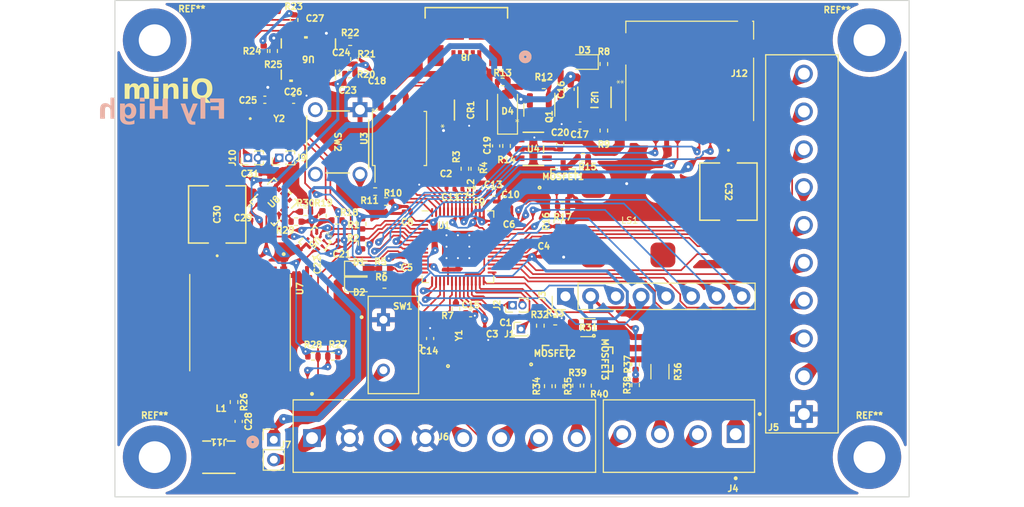
<source format=kicad_pcb>
(kicad_pcb (version 20221018) (generator pcbnew)
  (title_block (title "miniQ") (rev "V4") (company "bobtheguymk2"))
  (layers (0 "F.Cu" signal) (31 "B.Cu" signal) (34 "B.Paste" user) (35 "F.Paste" user) (36 "B.SilkS" user "B.Silkscreen") (37 "F.SilkS" user "F.Silkscreen") (38 "B.Mask" user) (39 "F.Mask" user) (44 "Edge.Cuts" user))
  (net 0 "")
  (net 1 "+1V1")
  (net 2 "GND")
  (net 3 "+3V3")
  (net 4 "Net-(U1-XIN)")
  (net 5 "Net-(C15-Pad1)")
  (net 6 "+BATT")
  (net 7 "VBUS")
  (net 8 "Net-(D4-K)")
  (net 9 "Net-(U6-XOUT32{slash}CLKSEL1)")
  (net 10 "Net-(U6-XIN32)")
  (net 11 "Net-(U6-CAP)")
  (net 12 "Net-(C28-Pad1)")
  (net 13 "/USB_D+")
  (net 14 "/USB_D-")
  (net 17 "Net-(D1-A)")
  (net 18 "Net-(D2-A)")
  (net 19 "Net-(D3-K)")
  (net 20 "Net-(J1-Pin_1)")
  (net 21 "Net-(J2-Pin_1)")
  (net 22 "Net-(J2-Pin_2)")
  (net 23 "GPIO12_Reset_RF(Transciever)")
  (net 24 "GPIO13_DIO0_RF(Transciever)")
  (net 25 "GPIO26_SPISCK_RF(Transciever)")
  (net 26 "GPIO27_SPITX_RF(Transciever)")
  (net 27 "GPIO28_SPIRX_RF(Transciever)")
  (net 28 "GPIO29_SPICSn_RF(Transciever)")
  (net 29 "+12V")
  (net 30 "/GPIO18_PWM1A_TVC{slash}FINS")
  (net 31 "/GPIO19_PWM1B_TVC{slash}FINS")
  (net 32 "/GPIO20_PWM2A_TVC{slash}FINS")
  (net 33 "/GPIO21_PWM2B_TVC{slash}FINS")
  (net 34 "/GPIO22_PWM3A_TVC{slash}FINS")
  (net 35 "/GPIO23_PWM3B_TVC{slash}FINS")
  (net 36 "/GPIO24_PWM4A_ROLL")
  (net 37 "/GPIO25_PWM4B_ROLL")
  (net 38 "/SWTCH+")
  (net 39 "Pyro1_Fet_Arm+")
  (net 40 "Pyro2_Fet_Arm+")
  (net 42 "Net-(J9-Pin_1)")
  (net 43 "Net-(J10-Pin_1)")
  (net 44 "Net-(J11-In)")
  (net 46 "GPIO5_SPICSn_mSD")
  (net 47 "GPIO3_SPIMOSI_mSD")
  (net 48 "GPIO2_SPISCK_mSD")
  (net 49 "GPIO4_SPIMISO_mSD")
  (net 51 "Net-(LS1-Pad1)")
  (net 52 "Net-(MOSFET1-G)")
  (net 53 "Net-(MOSFET1-D)")
  (net 54 "Net-(MOSFET2-G)")
  (net 55 "Net-(MOSFET2-D)")
  (net 56 "Net-(MOSFET3-G)")
  (net 57 "Net-(MOSFET3-D)")
  (net 58 "Net-(Q1-G)")
  (net 59 "GPIO0_I2CSDA_BMPBNO")
  (net 60 "GPIO1_I2CSCL_BMPBNO")
  (net 61 "Net-(U1-USB_DP)")
  (net 62 "Net-(U1-USB_DM)")
  (net 63 "Net-(U1-GPIO10)")
  (net 64 "Net-(U1-GPIO11)")
  (net 65 "Net-(U1-XOUT)")
  (net 66 "Net-(U2-STAT)")
  (net 67 "Net-(U2-PROG)")
  (net 68 "/QSPI_SS")
  (net 69 "Net-(R11-Pad1)")
  (net 70 "Net-(U4-EN)")
  (net 71 "GPIO9_Transistor_Beeper")
  (net 72 "Net-(U5-SDO)")
  (net 73 "Net-(U6-SA0{slash}H_MOSI)")
  (net 74 "Net-(U7-VCC_RF)")
  (net 75 "GPIO7_I2CSCL_GNSS")
  (net 76 "GPIO6_I2CSDA_GNSS")
  (net 77 "Net-(U8-SDO{slash}SA0)")
  (net 78 "Fet_apogee")
  (net 79 "Fet_apogee_sense")
  (net 80 "Pyro1_Fet_Arm-")
  (net 81 "Fet_main")
  (net 82 "Fet_main_sense")
  (net 83 "Pyro2_Fet_Arm-")
  (net 84 "GPIO8_GPIOWake_BNO")
  (net 85 "/QSPI_SD3")
  (net 86 "/QSPI_SCLK")
  (net 87 "/QSPI_SD0")
  (net 88 "/QSPI_SD2")
  (net 89 "/QSPI_SD1")
  (footprint "Resistor_SMD:R_0402_1005Metric" (layer "F.Cu") (at 80.1 45.65 180)
    (fp_text reference "R17")
    (fp_text value "10k")
  )
  (footprint "Resistor_SMD:R_0402_1005Metric" (layer "F.Cu") (at 74.45 39.65 90)
    (fp_text reference "R14")
    (fp_text value "10k")
  )
  (footprint "MountingHole:MountingHole_3.2mm_M3_Pad_TopBottom" (layer "F.Cu") (at 111 29)
    (fp_text reference "REF**")
    (fp_text value "MountingHole_3.2mm_M3_Pad_TopBottom")
  )
  (footprint "All Max Q footprints:TE084005-2" (layer "F.Cu") (at 87.45 53.885)
    (fp_text reference "LS1")
    (fp_text value "TE084005-2")
  )
  (footprint "Resistor_SMD:R_0402_1005Metric" (layer "F.Cu") (at 62.16 52 180)
    (fp_text reference "R5")
    (fp_text value "430")
  )
  (footprint "Package_TO_SOT_SMD:SOT-23" (layer "F.Cu") (at 77.75 36.0125 -90)
    (fp_text reference "Q1")
    (fp_text value "DMG3414U")
  )
  (footprint "Capacitor_SMD:C_0402_1005Metric" (layer "F.Cu") (at 47.465 67.4 -90)
    (fp_text reference "C28")
    (fp_text value "10n")
  )
  (footprint "Diode_SMD:D_0603_1608Metric" (layer "F.Cu") (at 59.6125 52)
    (fp_text reference "D1")
    (fp_text value "LED")
  )
  (footprint "Resistor_SMD:R_0402_1005Metric" (layer "F.Cu") (at 47 65.45 -90)
    (fp_text reference "R26")
    (fp_text value "10")
  )
  (footprint "Capacitor_SMD:C_0402_1005Metric" (layer "F.Cu") (at 79.85 39.45 -90)
    (fp_text reference "C20")
    (fp_text value "10u")
  )
  (footprint "Resistor_SMD:R_0402_1005Metric" (layer "F.Cu") (at 54.198826 46.278811)
    (fp_text reference "R30")
    (fp_text value "0")
  )
  (footprint "Resistor_SMD:R_0402_1005Metric" (layer "F.Cu") (at 56.95 60.85 180)
    (fp_text reference "R27")
    (fp_text value "DNF")
  )
  (footprint "Resistor_SMD:R_0402_1005Metric" (layer "F.Cu") (at 53.05 26.96 90)
    (fp_text reference "R23")
    (fp_text value "10k")
  )
  (footprint "All Max Q footprints:SOT-23-5_MC_MCH" (layer "F.Cu") (at 83.3 34.75 -90)
    (fp_text reference "U2")
    (fp_text value "MCP73831T-2ACI/OT")
  )
  (footprint "Capacitor_SMD:C_0201_0603Metric" (layer "F.Cu") (at 73.6 57.35 -90)
    (fp_text reference "C1")
    (fp_text value "100n")
  )
  (footprint "All Max Q footprints:SOT323_DMN2058UW_DIO-M" (layer "F.Cu") (at 84.3475 61.15 -90)
    (fp_text reference "MOSFET3")
    (fp_text value "DMN2058UW-7")
  )
  (footprint "Connector_PinHeader_1.00mm:PinHeader_1x02_P1.00mm_Vertical" (layer "F.Cu") (at 51.55 40.85 90)
    (fp_text reference "J9")
    (fp_text value "BNO_BTLDR")
  )
  (footprint "Resistor_SMD:R_0402_1005Metric" (layer "F.Cu") (at 54.95 60.85)
    (fp_text reference "R28")
    (fp_text value "DNF")
  )
  (footprint "Connector_PinHeader_2.54mm:PinHeader_1x08_P2.54mm_Vertical" (layer "F.Cu") (at 80.38 54.8 90)
    (fp_text reference "J3")
    (fp_text value "Conn_01x08")
  )
  (footprint "Resistor_SMD:R_1206_3216Metric" (layer "F.Cu") (at 89.9 62.3875 -90)
    (fp_text reference "R36")
    (fp_text value "6")
  )
  (footprint "All Max Q footprints:TE_1776113-4" (layer "F.Cu") (at 91.815 68.68 180)
    (fp_text reference "J4")
    (fp_text value "Pyro_Screw_Terminal_01x04")
  )
  (footprint "MountingHole:MountingHole_3.2mm_M3_Pad_TopBottom" (layer "F.Cu") (at 111 71)
    (fp_text reference "REF**")
    (fp_text value "MountingHole_3.2mm_M3_Pad_TopBottom")
  )
  (footprint "All Max Q footprints:CAP_B6-SVPK_PAN-L" (layer "F.Cu") (at 96.8 44.25 -90)
    (fp_text reference "C32")
    (fp_text value "10u")
  )
  (footprint "Connector_PinHeader_2.00mm:PinHeader_1x02_P2.00mm_Vertical" (layer "F.Cu") (at 51 69.25)
    (fp_text reference "J7")
    (fp_text value "PH2.0 Female for LiPo")
  )
  (footprint "Resistor_SMD:R_0402_1005Metric" (layer "F.Cu") (at 58.6986 29.150001)
    (fp_text reference "R22")
    (fp_text value "10k")
  )
  (footprint "All Max Q footprints:CAP_B6-SVPK_PAN-L" (layer "F.Cu") (at 45.3 46.55 90)
    (fp_text reference "C30")
    (fp_text value "10u")
  )
  (footprint "Capacitor_SMD:C_0201_0603Metric" (layer "F.Cu") (at 64.4 50.85 180)
    (fp_text reference "C5")
    (fp_text value "100n")
  )
  (footprint "Resistor_SMD:R_0402_1005Metric" (layer "F.Cu") (at 62.15 53.6 180)
    (fp_text reference "R6")
    (fp_text value "430")
  )
  (footprint "All Max Q footprints:RT3215_RAL-M" (layer "F.Cu") (at 51.55 36.9)
    (fp_text reference "Y2")
    (fp_text value "32.768kHz Crystal")
  )
  (footprint "Capacitor_SMD:C_0201_0603Metric" (layer "F.Cu") (at 70 43.675 90)
    (fp_text reference "C7")
    (fp_text value "100n")
  )
  (footprint "Resistor_SMD:R_0402_1005Metric" (layer "F.Cu") (at 87.45 63.75 -90)
    (fp_text reference "R38")
    (fp_text value "27k")
  )
  (footprint "Capacitor_SMD:C_0201_0603Metric" (layer "F.Cu") (at 78.2 50.8)
    (fp_text reference "C4")
    (fp_text value "100n")
  )
  (footprint "Capacitor_SMD:C_0201_0603Metric" (layer "F.Cu") (at 61.444401 33.75 180)
    (fp_text reference "C18")
    (fp_text value "100n")
  )
  (footprint "Capacitor_SMD:C_0201_0603Metric" (layer "F.Cu") (at 69.2 43.675 90)
    (fp_text reference "C11")
    (fp_text value "100n")
  )
  (footprint "Capacitor_SMD:C_0402_1005Metric" (layer "F.Cu") (at 70.83 56.5)
    (fp_text reference "C15")
    (fp_text value "15p")
  )
  (footprint "Capacitor_SMD:C_0402_1005Metric" (layer "F.Cu") (at 50.1 35 180)
    (fp_text reference "C25")
    (fp_text value "15p")
  )
  (footprint "Capacitor_SMD:C_0402_1005Metric" (layer "F.Cu") (at 80.9 33.95 -90)
    (fp_text reference "C16")
    (fp_text value "10u")
  )
  (footprint "Resistor_SMD:R_0402_1005Metric" (layer "F.Cu") (at 77.85 57.76 90)
    (fp_text reference "R32")
    (fp_text value "100k")
  )
  (footprint "Resistor_SMD:R_0402_1005Metric" (layer "F.Cu") (at 78.2 33.5)
    (fp_text reference "R12")
    (fp_text value "1k")
  )
  (footprint "Connector_PinHeader_1.00mm:PinHeader_1x02_P1.00mm_Vertical" (layer "F.Cu") (at 48.4 40.85 90)
    (fp_text reference "J10")
    (fp_text value "BNO_NRST")
  )
  (footprint "All Max Q footprints:TE_1-1776113-0" (layer "F.Cu") (at 104.4 49.515 90)
    (fp_text reference "J5")
    (fp_text value "Screw_Terminal_01x10")
  )
  (footprint "Resistor_SMD:R_0402_1005Metric" (layer "F.Cu") (at 53.25 47.278811 180)
    (fp_text reference "R29")
    (fp_text value "10k")
  )
  (footprint "Resistor_SMD:R_0402_1005Metric" (layer "F.Cu") (at 58.675 32.4)
    (fp_text reference "R20")
    (fp_text value "DNF")
  )
  (footprint "Resistor_SMD:R_1206_3216Metric" (layer "F.Cu") (at 82.65 57.95)
    (fp_text reference "R31")
    (fp_text value "6")
  )
  (footprint "All Max Q footprints:CONN_10118192-0002LF_AMP" (layer "F.Cu") (at 70.4 28.471101 180)
    (fp_text reference "J8")
    (fp_text value "USB_B_Micro")
  )
  (footprint "Capacitor_SMD:C_0402_1005Metric" (layer "F.Cu") (at 73.18 44.35)
    (fp_text reference "C13")
    (fp_text value "1u")
  )
  (footprint "Capacitor_SMD:C_0201_0603Metric" (layer "F.Cu") (at 49.65 42.8 -90)
    (fp_text reference "C31")
    (fp_text value "100n")
  )
  (footprint "Resistor_SMD:R_0402_1005Metric" (layer "F.Cu") (at 61.214401 44.25)
    (fp_text reference "R11")
    (fp_text value "1k")
  )
  (footprint "Resistor_SMD:R_0402_1005Metric" (layer "F.Cu") (at 69.35 56.05 90)
    (fp_text reference "R7")
    (fp_text value "1k")
  )
  (footprint "Capacitor_SMD:C_0201_0603Metric" (layer "F.Cu") (at 58.1 31.135 90)
    (fp_text reference "C24")
    (fp_text value "100n")
  )
  (footprint "Resistor_SMD:R_0402_1005Metric" (layer "F.Cu") (at 81.5 63.8 90)
    (fp_text reference "R39")
    (fp_text value "400")
  )
  (footprint "Resistor_SMD:R_0402_1005Metric" (layer "F.Cu") (at 59.9 47.5 -90)
    (fp_text reference "R1")
    (fp_text value "4.7k")
  )
  (footprint "Capacitor_SMD:C_0201_0603Metric" (layer "F.Cu") (at 74.65 46.75)
    (fp_text reference "C6")
    (fp_text value "100n")
  )
  (footprint "Capacitor_SMD:C_0201_0603Metric" (layer "F.Cu") (at 64.45 46.25 180)
    (fp_text reference "C8")
    (fp_text value "100n")
  )
  (footprint "Capacitor_SMD:C_0201_0603Metric" (layer "F.Cu") (at 48.75 46.8 90)
    (fp_text reference "C29")
    (fp_text value "100n")
  )
  (footprint "Inductor_SMD:L_0402_1005Metric" (layer "F.Cu") (at 45.95 66.95)
    (fp_text reference "L1")
    (fp_text value "27n")
  )
  (footprint "All Max Q footprints:ABM8-272-T3_ABR" (layer "F.Cu") (at 69.65 58.727 90)
    (fp_text reference "Y1")
    (fp_text value "ABM8-272-T3 -12.000MHZ")
  )
  (footprint "All Max Q footprints:TSOT-23-5_RIT" (layer "F.Cu") (at 77.15 39.95)
    (fp_text reference "U4")
    (fp_text value "RT9080-33GJ5")
  )
  (footprint "Resistor_SMD:R_0402_1005Metric" (layer "F.Cu") (at 87.45 61.65 -90)
    (fp_text reference "R37")
    (fp_text value "100k")
  )
  (footprint "Capacitor_SMD:C_0402_1005Metric" (layer "F.Cu") (at 81.85 37.6 180)
    (fp_text reference "C17")
    (fp_text value "10u")
  )
  (footprint "Capacitor_SMD:C_0402_1005Metric" (layer "F.Cu") (at 73.4 39.65 -90)
    (fp_text reference "C19")
    (fp_text value "10u")
  )
  (footprint "Diode_SMD:D_SOD-123" (layer "F.Cu") (at 74.55 36.1 90)
    (fp_text reference "D4")
    (fp_text value "MBR0540")
  )
  (footprint "Capacitor_SMD:C_0201_0603Metric" (layer "F.Cu") (at 58.4386 33.400001 180)
    (fp_text reference "C23")
    (fp_text value "100n")
  )
  (footprint "Resistor_SMD:R_0402_1005Metric" (layer "F.Cu") (at 82.6 63.8 90)
    (fp_text reference "R40")
    (fp_text value "10k")
  )
  (footprint "Connector_PinHeader_1.00mm:PinHeader_1x01_P1.00mm_Vertical" (layer "F.Cu") (at 75.9 58.1)
    (fp_text reference "J1")
    (fp_text value "Conn_01x01")
  )
  (footprint "Package_SO:SOIC-8_5.23x5.23mm_P1.27mm" (layer "F.Cu") (at 63.664401 38.9 90)
    (fp_text reference "U3")
    (fp_text value "W25Q128JVS")
  )
  (footprint "Resistor_SMD:R_0402_1005Metric" (layer "F.Cu") (at 79.6 47.25 90)
    (fp_text reference "R16")
    (fp_text value "400")
  )
  (footprint "All Max Q footprints:SOT323_DMN2058UW_DIO-M" (layer "F.Cu") (at 79.3 60.55)
    (fp_text reference "MOSFET2")
    (fp_text value "DMN2058UW-7")
  )
  (footprint "Resistor_SMD:R_0402_1005Metric" (layer "F.Cu") (at 74.05 33.2)
    (fp_text reference "R13")
    (fp_text value "10k")
  )
  (footprint "All Max Q footprints:TFLGA_S200DL_STM" (layer "F.Cu") (at 51.021526 45.278811 45)
    (fp_text reference "U8")
    (fp_text value "H3LIS200DLTR")
  )
  (footprint "Connector_Card:microSD_HC_Hirose_DM3D-SF" (layer "F.Cu") (at 92.9 32.875)
    (fp_text reference "J12")
    (fp_text value "Micro_SD_Card")
  )
  (footprint "All Max Q footprints:SW4_1825910-B_TEC" (layer "F.Cu") (at 55.1894 42.5 -90)
    (fp_text reference "SW2")
    (fp_text value "SW_Push")
  )
  (footprint "Resistor_SMD:R_0402_1005Metric" (layer "F.Cu") (at 84.25 31.4 90)
    (fp_text reference "R8")
    (fp_text value "10k")
  )
  (footprint "Capacitor_SMD:C_0201_0603Metric" (layer "F.Cu") (at 72.975 45.25)
    (fp_text reference "C9")
    (fp_text value "100n")
  )
  (footprint "Resistor_SMD:R_0402_1005Metric" (layer "F.Cu") (at 84.25 38.1 -90)
    (fp_text reference "R9")
    (fp_text value "5.1k")
  )
  (footprint "Resistor_SMD:R_0402_1005Metric" (layer "F.Cu") (at 55.9 46.69 -90)
    (fp_text reference "R19")
    (fp_text value "0")
  )
  (footprint "MountingHole:MountingHole_3.2mm_M3_Pad_TopBottom" (layer "F.Cu") (at 39 29)
    (fp_text reference "REF**")
    (fp_text value "MountingHole_3.2mm_M3_Pad_TopBottom")
  )
  (footprint "Resistor_SMD:R_0402_1005Metric" (layer "F.Cu") (at 79.75 63.85 90)
    (fp_text reference "R35")
    (fp_text value "10k")
  )
  (footprint "All Max Q footprints:TE_1776113-8" (layer "F.Cu") (at 68.185 69.08)
    (fp_text reference "J6")
    (fp_text value "Screw_Terminal_01x08")
  )
  (footprint "Resistor_SMD:R_0402_1005Metric" (layer "F.Cu") (at 50.9886 30.087901 90)
    (fp_text reference "R25")
    (fp_text value "0")
  )
  (footprint "Diode_SMD:D_0603_1608Metric" (layer "F.Cu") (at 82.2 31.2 180)
    (fp_text reference "D3")
    (fp_text value "LED")
  )
  (footprint "Connector_PinHeader_1.00mm:PinHeader_1x02_P1.00mm_Vertical" (layer "F.Cu") (at 75.05 55.7 90)
    (fp_text reference "J2")
    (fp_text value "Conn_01x02")
  )
  (footprint "All Max Q footprints:QFN28_BNO086_CEV" (layer "F.Cu") (at 54.4886 30.900001 180)
    (fp_text reference "U6")
    (fp_text value "BNO086")
  )
  (footprint "Resistor_SMD:R_0402_1005Metric" (layer "F.Cu") (at 79.35 57.3)
    (fp_text reference "R33")
    (fp_text value "27k")
  )
  (footprint "Capacitor_SMD:C_0201_0603Metric" (layer "F.Cu") (at 72.25 58.3 -90)
    (fp_text reference "C3")
    (fp_text value "100n")
  )
  (footprint "All Max Q footprints:CONN_RSP-122811-01_SAI" (layer "F.Cu") (at 45.475001 69.474999 180)
    (fp_text reference "J11")
    (fp_text value "UFL Connector")
  )
  (footprint "All Max Q footprints:SOT323_DMN2058UW_DIO-M" (layer "F.Cu") (at 80.150001 42.7475)
    (fp_text reference "MOSFET1")
    (fp_text value "DMN2058UW-7")
  )
  (footprint "Resistor_SMD:R_0402_1005Metric" (layer "F.Cu") (at 62.31 45.25)
    (fp_text reference "R10")
    (fp_text value "10k")
  )
  (footprint "All Max Q footprints:LGA10_BMP390_BOS" (layer "F.Cu") (at 55.15 49.35 -135)
    (fp_text reference "U5")
    (fp_text value "BMP390")
  )
  (footprint "Capacitor_SMD:C_0201_0603Metric" (layer "F.Cu") (at 55.24 27.855 90)
    (fp_text reference "C27")
    (fp_text value "100n")
  )
  (footprint "Capacitor_SMD:C_0201_0603Metric" (layer "F.Cu") (at 68.4 43.5 90)
    (fp_text reference "C2")
    (fp_text value "100n")
  )
  (footprint "Capacitor_SMD:C_0402_1005Metric" (layer "F.Cu") (at 66.75 59.05 90)
    (fp_text reference "C14")
    (fp_text value "15p")
  )
  (footprint "Capacitor_SMD:C_0402_1005Metric" (layer "F.Cu") (at 71.65 43.87 90)
    (fp_text reference "C12")
    (fp_text value "1u")
  )
  (footprint "Resistor_SMD:R_0402_1005Metric" (layer "F.Cu") (at 82.150001 40.795 180)
    (fp_text reference "R15")
    (fp_text value "33")
  )
  (footprint "Resistor_SMD:R_0402_1005Metric" (layer "F.Cu") (at 57.36 47.15)
    (fp_text reference "R18")
    (fp_text value "0")
  )
  (footprint "Package_DFN_QFN:QFN-56-1EP_7x7mm_P0.4mm_EP3.2x3.2mm" (layer "F.Cu") (at 69.55 49.8)
    (fp_text reference "U1")
    (fp_text value "RP2040")
  )
  (footprint "Resistor_SMD:R_0402_1005Metric" (layer "F.Cu") (at 71.25 41.95 -90)
    (fp_text reference "R4")
    (fp_text value "27.4")
  )
  (footprint "Resistor_SMD:R_0402_1005Metric" (layer "F.Cu") (at 70.25 41.95 -90)
    (fp_text reference "R3")
    (fp_text value "27.4")
  )
  (footprint "MountingHole:MountingHole_3.2mm_M3_Pad_TopBottom" (layer "F.Cu") (at 39 71)
    (fp_text reference "REF**")
    (fp_text value "MountingHole_3.2mm_M3_Pad_TopBottom")
  )
  (footprint "Capacitor_SMD:C_0201_0603Metric" (layer "F.Cu") (at 54.35 51.65 -90)
    (fp_text reference "C22")
    (fp_text value "100n")
  )
  (footprint "Capacitor_SMD:C_0201_0603Metric" (layer "F.Cu") (at 57.45 49.5 90)
    (fp_text reference "C21")
    (fp_text value "100n")
  )
  (footprint "Capacitor_SMD:C_0402_1005Metric" (layer "F.Cu") (at 53 35)
    (fp_text reference "C26")
    (fp_text value "15p")
  )
  (footprint "Resistor_SMD:R_0402_1005Metric" (layer "F.Cu") (at 78.65 63.85 90)
    (fp_text reference "R34")
    (fp_text value "400")
  )
  (footprint "All Max Q footprints:XCVR_MAX-M8C-0" (layer "F.Cu") (at 47.6 57.45 -90)
    (fp_text reference "U7")
    (fp_text value "MAX-M8C-0")
  )
  (footprint "All Max Q footprints:SOT23-6L_STM" (layer "F.Cu") (at 70.85 36.036499 90)
    (fp_text reference "CR1")
    (fp_text value "USBLC6-4SC6")
  )
  (footprint "Capacitor_SMD:C_0201_0603Metric" (layer "F.Cu") (at 74.3 45.605 90)
    (fp_text reference "C10")
    (fp_text value "100n")
  )
  (footprint "Resistor_SMD:R_0402_1005Metric" (layer "F.Cu") (at 59.9 49.51 90)
    (fp_text reference "R2")
    (fp_text value "4.7k")
  )
  (footprint "Resistor_SMD:R_0402_1005Metric" (layer "F.Cu") (at 59.13 30.9 -90)
    (fp_text reference "R21")
    (fp_text value "DNF")
  )
  (footprint "Resistor_SMD:R_0402_1005Metric" (layer "F.Cu") (at 49.9886 30.087901 -90)
    (fp_text reference "R24")
    (fp_text value "10k")
  )
  (footprint "All Max Q footprints:SW_AS11CP" (layer "F.Cu") (at 63.05 59.7)
    (fp_text reference "SW1")
    (fp_text value "SW_SPST")
  )
  (footprint "Diode_SMD:D_0603_1608Metric" (layer "F.Cu") (at 59.6125 53.6)
    (fp_text reference "D2")
    (fp_text value "LED")
  )
  (gr_rect (start 35 25) (end 115 75) (stroke (width 0.1)) (fill none) (layer "Edge.Cuts"))
  (gr_text "Fly High" (at 46.25 37.25) (layer "B.SilkS") (effects (font (size 2 2) (thickness 0.15) bold) (justify left bottom mirror)))
  (gr_text "miniQ" (at 35.75 35.25) (layer "F.SilkS") (effects (font (size 2 2)) (justify left bottom)))
  (segment (start 68.4 44.15) (end 68.4 43.995) (width 0.17) (layer "F.Cu") (net 1))
  (segment (start 71.712634 47.899412) (end 71.999412 47.899412) (width 0.17) (layer "F.Cu") (net 1))
  (segment (start 73.6 56.35) (end 73.6 57.03) (width 0.17) (layer "F.Cu") (net 1))
  (segment (start 72.2 48.1) (end 72.2 52.15) (width 0.17) (layer "F.Cu") (net 1))
  (segment (start 71.7874 52.5626) (end 70.380955 52.5626) (width 0.17) (layer "F.Cu") (net 1))
  (segment (start 71.35 46.3625) (end 71.35 47.053887) (width 0.17) (layer "F.Cu") (net 1))
  (segment (start 73.32 56.07) (end 73.6 56.35) (width 0.17) (layer "F.Cu") (net 1))
  (segment (start 70.380955 52.5626) (end 70.15 52.793555) (width 0.17) (layer "F.Cu") (net 1))
  (segment (start 69.35 45.1) (end 68.4 44.15) (width 0.17) (layer "F.Cu") (net 1))
  (segment (start 70.15 52.793555) (end 70.15 53.2375) (width 0.17) (layer "F.Cu") (net 1))
  (segment (start 70.15 54.87674) (end 70.80826 55.535) (width 0.17) (layer "F.Cu") (net 1))
  (segment (start 70.15 53.2375) (end 70.15 54.87674) (width 0.17) (layer "F.Cu") (net 1))
  (segment (start 71.999412 47.899412) (end 72.2 48.1) (width 0.17) (layer "F.Cu") (net 1))
  (segment (start 69.35 46.3625) (end 69.35 45.1) (width 0.17) (layer "F.Cu") (net 1))
  (segment (start 71.35 44.65) (end 71.65 44.35) (width 0.17) (layer "F.Cu") (net 1))
  (segment (start 71.35 46.3625) (end 71.35 44.65) (width 0.17) (layer "F.Cu") (net 1))
  (segment (start 69 47.3495) (end 69.35 46.9995) (width 0.17) (layer "F.Cu") (net 1))
  (segment (start 72.3143 56.07) (end 73.32 56.07) (width 0.17) (layer "F.Cu") (net 1))
  (segment (start 71.057113 47.346774) (end 71.368544 47.346774) (width 0.17) (layer "F.Cu") (net 1))
  (segment (start 70.80826 55.535) (end 71.7793 55.535) (width 0.17) (layer "F.Cu") (net 1))
  (segment (start 71.368544 47.346774) (end 71.368544 47.555322) (width 0.17) (layer "F.Cu") (net 1))
  (segment (start 71.368544 47.555322) (end 71.712634 47.899412) (width 0.17) (layer "F.Cu") (net 1))
  (segment (start 69.35 46.9995) (end 69.35 46.3625) (width 0.17) (layer "F.Cu") (net 1))
  (segment (start 72.2 52.15) (end 71.7874 52.5626) (width 0.17) (layer "F.Cu") (net 1))
  (segment (start 71.7793 55.535) (end 72.3143 56.07) (width 0.17) (layer "F.Cu") (net 1))
  (segment (start 71.35 47.053887) (end 71.057113 47.346774) (width 0.17) (layer "F.Cu") (net 1))
  (via (at 69 47.3495) (size 0.7) (drill 0.2) (layers "F.Cu" "B.Cu") (net 1))
  (via (at 71.057113 47.346774) (size 0.7) (drill 0.2) (layers "F.Cu" "B.Cu") (net 1))
  (segment (start 69.5379 47.8874) (end 69 47.3495) (width 0.17) (layer "B.Cu") (net 1))
  (segment (start 71.057113 47.346774) (end 70.516487 47.8874) (width 0.17) (layer "B.Cu") (net 1))
  (segment (start 70.516487 47.8874) (end 69.5379 47.8874) (width 0.17) (layer "B.Cu") (net 1))
  (segment (start 54.7386 33.003401) (end 54.499401 33.2426) (width 0.3) (layer "F.Cu") (net 2))
  (segment (start 89.2024 55.9524) (end 93.85 60.6) (width 0.3) (layer "F.Cu") (net 2))
  (segment (start 56.409671 49.55) (end 57.012844 49.55) (width 0.17) (layer "F.Cu") (net 2))
  (segment (start 74.45908 45.285) (end 74.3 45.285) (width 0.3) (layer "F.Cu") (net 2))
  (segment (start 84.25 38.61) (end 83.81 38.61) (width 0.3) (layer "F.Cu") (net 2))
  (segment (start 61.8024 46.4524) (end 61.8 46.45) (width 0.3) (layer "F.Cu") (net 2))
  (segment (start 56.738601 30.088601) (end 56.8 30.15) (width 0.3) (layer "F.Cu") (net 2))
  (segment (start 58.1 31.455) (end 59.085 31.455) (width 0.3) (layer "F.Cu") (net 2))
  (segment (start 62.590001 50.990001) (end 62.6 51) (width 0.3) (layer "F.Cu") (net 2))
  (segment (start 54.3 34.5869) (end 53.8869 35) (width 0.3) (layer "F.Cu") (net 2))
  (segment (start 49.557622 44.757622) (end 49.35 44.55) (width 0.17) (layer "F.Cu") (net 2))
  (segment (start 82.361 34.8) (end 83.3 33.861) (width 0.3) (layer "F.Cu") (net 2))
  (segment (start 70 43.355) (end 69.2 43.355) (width 0.3) (layer "F.Cu") (net 2))
  (segment (start 80.8 44.35) (end 81.55 45.1) (width 0.3) (layer "F.Cu") (net 2))
  (segment (start 73.295 45.25) (end 73.7 45.25) (width 0.3) (layer "F.Cu") (net 2))
  (segment (start 57.904998 31.650002) (end 58.1 31.455) (width 0.3) (layer "F.Cu") (net 2))
  (segment (start 50.9074 33.2426) (end 50.4 33.75) (width 0.3) (layer "F.Cu") (net 2))
  (segment (start 57.012844 49.55) (end 57.382844 49.18) (width 0.17) (layer "F.Cu") (net 2))
  (segment (start 71.25 56.75) (end 71.25 56.56) (width 0.17) (layer "F.Cu") (net 2))
  (segment (start 54.266522 49.526193) (end 53.896357 49.896357) (width 0.3) (layer "F.Cu") (net 2))
  (segment (start 62.740001 50.990001) (end 62.75 51) (width 0.3) (layer "F.Cu") (net 2))
  (segment (start 49.793052 44.757622) (end 49.557622 44.757622) (width 0.17) (layer "F.Cu") (net 2))
  (segment (start 74.97 45.79592) (end 74.45908 45.285) (width 0.3) (layer "F.Cu") (net 2))
  (segment (start 80.9 34.43) (end 81.48 34.43) (width 0.3) (layer "F.Cu") (net 2))
  (segment (start 65.65 43.55) (end 65.65 42.580599) (width 0.17) (layer "F.Cu") (net 2))
  (segment (start 93.85 60.6) (end 94.15 60.6) (width 0.3) (layer "F.Cu") (net 2))
  (segment (start 56.243768 28.301768) (end 55.477 27.535) (width 0.3) (layer "F.Cu") (net 2))
  (segment (start 49.62 34.53) (end 49.62 35) (width 0.3) (layer "F.Cu") (net 2))
  (segment (start 73.54 33.81) (end 73.1 34.25) (width 0.3) (layer "F.Cu") (net 2))
  (segment (start 58.825 52) (end 58.825 53.6) (width 0.6) (layer "F.Cu") (net 2))
  (segment (start 66.75 58.57) (end 66.75 58) (width 0.6) (layer "F.Cu") (net 2))
  (segment (start 84.0724 55.9524) (end 89.2024 55.9524) (width 0.3) (layer "F.Cu") (net 2))
  (segment (start 63.9276 46.4524) (end 61.8024 46.4524) (width 0.3) (layer "F.Cu") (net 2))
  (segment (start 81.48 34.43) (end 81.85 34.8) (width 0.3) (layer "F.Cu") (net 2))
  (segment (start 55.24 27.535) (end 55.08092 27.535) (width 0.3) (layer "F.Cu") (net 2))
  (segment (start 54.7386 32.462101) (end 54.7386 33.003401) (width 0.3) (layer "F.Cu") (net 2))
  (segment (start 73.7 45.25) (end 73.7 44.39) (width 0.3) (layer "F.Cu") (net 2))
  (segment (start 64.08 50.85) (end 62.730002 50.85) (width 0.3) (layer "F.Cu") (net 2))
  (segment (start 52.25 44.757622) (end 52.85 44.157622) (width 0.3) (layer "F.Cu") (net 2))
  (segment (start 48.75 47.12) (end 48.75 47.8) (width 0.3) (layer "F.Cu") (net 2))
  (segment (start 96.8 46.769764) (end 96.069764 47.5) (width 0.6) (layer "F.Cu") (net 2))
  (segment (start 81.85 34.8) (end 82.361 34.8) (width 0.3) (layer "F.Cu") (net 2))
  (segment (start 62.730002 50.85) (end 62.590001 50.990001) (width 0.3) (layer "F.Cu") (net 2))
  (segment (start 80.75 61) (end 80.452499 61) (width 0.6) (layer "F.Cu") (net 2))
  (segment (start 80.8 43.7) (end 80.8 44.35) (width 0.3) (layer "F.Cu") (net 2))
  (segment (start 82.92 54.8) (end 84.0724 55.9524) (width 0.3) (layer "F.Cu") (net 2))
  (segment (start 80 57) (end 80 57.16) (width 0.17) (layer "F.Cu") (net 2))
  (segment (start 51 28.7869) (end 51 29.566501) (width 0.3) (layer "F.Cu") (net 2))
  (segment (start 58.034054 49.18) (end 57.45 49.18) (width 0.17) (layer "F.Cu") (net 2))
  (segment (start 73.54 33.2) (end 73.54 33.81) (width 0.3) (layer "F.Cu") (net 2))
  (segment (start 54.7386 27.87732) (end 54.7386 29.337901) (width 0.3) (layer "F.Cu") (net 2))
  (segment (start 72.6 59.2) (end 72.6 58.97) (width 0.3) (layer "F.Cu") (net 2))
  (segment (start 68.55 53.2375) (end 68.55 50.8) (width 0.17) (layer "F.Cu") (net 2))
  (segment (start 62.590001 50.990001) (end 62.740001 50.990001) (width 0.3) (layer "F.Cu") (net 2))
  (segment (start 96.069764 47.5) (end 95.05 47.5) (width 0.6) (layer "F.Cu") (net 2))
  (segment (start 55.08092 27.535) (end 54.7386 27.87732) (width 0.3) (layer "F.Cu") (net 2))
  (segment (start 49.65 42.48) (end 50.33 42.48) (width 0.3) (layer "F.Cu") (net 2))
  (segment (start 50.85398 46.860927) (end 50.85398 47.25398) (width 0.3) (layer "F.Cu") (net 2))
  (segment (start 73.7 45.25) (end 74.265 45.25) (width 0.3) (layer "F.Cu") (net 2))
  (segment (start 69.1 30.675001) (end 69.1 31.6) (width 0.3) (layer "F.Cu") (net 2))
  (segment (start 50.85398 47.25398) (end 51.05 47.45) (width 0.3) (layer "F.Cu") (net 2))
  (segment (start 56.298232 28.301768) (end 56.298232 28.356232) (width 0.3) (layer "F.Cu") (net 2))
  (segment (start 56.298232 28.356232) (end 56.738601 28.796601) (width 0.3) (layer "F.Cu") (net 2))
  (segment (start 64.13 46.25) (end 63.9276 46.4524) (width 0.3) (layer "F.Cu") (net 2))
  (segment (start 56.033478 49.173807) (end 56.409671 49.55) (width 0.17) (layer "F.Cu") (net 2))
  (segment (start 50.4 33.75) (end 49.62 34.53) (width 0.3) (layer "F.Cu") (net 2))
  (segment (start 80.452499 61) (end 79.949999 61.5025) (width 0.6) (layer "F.Cu") (net 2))
  (segment (start 56.8 31.650002) (end 57.904998 31.650002) (width 0.3) (layer "F.Cu") (net 2))
  (segment (start 58.086418 49.127636) (end 58.034054 49.18) (width 0.17) (layer "F.Cu") (net 2))
  (segment (start 56.298232 28.301768) (end 56.243768 28.301768) (width 0.3) (layer "F.Cu") (net 2))
  (segment (start 51.542715 44.050337) (end 51.189072 43.696695) (width 0.17) (layer "F.Cu") (net 2))
  (segment (start 69.1 31.6) (end 68.5 32.2) (width 0.3) (layer "F.Cu") (net 2))
  (segment (start 53.8869 35) (end 53.48 35) (width 0.3) (layer "F.Cu") (net 2))
  (segment (start 52.85 44.157622) (end 52.85 44.15) (width 0.3) (layer "F.Cu") (net 2))
  (segment (start 54.266522 49.526193) (end 54.620165 49.879835) (width 0.3) (layer "F.Cu") (net 2))
  (segment (start 83.81 38.61) (end 83.425 38.225) (width 0.3) (layer "F.Cu") (net 2))
  (segment (start 54.499401 33.2426) (end 50.9074 33.2426) (width 0.3) (layer "F.Cu") (net 2))
  (segment (start 95.05 47.5) (end 95 47.45) (width 0.6) (layer "F.Cu") (net 2))
  (segment (start 50.33 42.48) (end 50.35 42.5) (width 0.3) (layer "F.Cu") (net 2))
  (segment (start 56.738601 28.796601) (end 56.738601 29.337901) (width 0.3) (layer "F.Cu") (net 2))
  (segment (start 55.477 27.535) (end 55.24 27.535) (width 0.3) (layer "F.Cu") (net 2))
  (segment (start 74.97 46.75) (end 74.97 45.79592) (width 0.3) (layer "F.Cu") (net 2))
  (segment (start 72.6 58.97) (end 72.25 58.62) (width 0.3) (layer "F.Cu") (net 2))
  (segment (start 56.738601 29.337901) (end 56.738601 30.088601) (width 0.3) (layer "F.Cu") (net 2))
  (via (at 68.1 38.1) (size 1) (drill 0.3) (layers "F.Cu" "B.Cu") (net 2))
  (via (at 71.25 56.75) (size 0.7) (drill 0.2) (layers "F.Cu" "B.Cu") (net 2))
  (via (at 51 28.7869) (size 1) (drill 0.3) (layers "F.Cu" "B.Cu") (net 2))
  (via (at 51.05 47.45) (size 0.7) (drill 0.2) (layers "F.Cu" "B.Cu") (net 2))
  (via (at 58.1131 47.4131) (size 0.7) (drill 0.2) (layers "F.Cu" "B.Cu") (net 2))
  (via (at 70.7 48.65) (size 0.7) (drill 0.2) (layers "F.Cu" "B.Cu") (net 2))
  (via (at 86.55 43.45) (size 1) (drill 0.3) (layers "F.Cu" "B.Cu") (net 2))
  (via (at 68.4 48.65) (size 0.7) (drill 0.2) (layers "F.Cu" "B.Cu") (net 2))
  (via (at 69.55 50.95) (size 0.7) (drill 0.2) (layers "F.Cu" "B.Cu") (net 2))
  (via (at 58.086418 49.127636) (size 0.7) (drill 0.2) (layers "F.Cu" "B.Cu") (net 2))
  (via (at 70.7 50.95) (size 0.7) (drill 0.2) (layers "F.Cu" "B.Cu") (net 2))
  (via (at 70.7 49.8) (size 0.7) (drill 0.2) (layers "F.Cu" "B.Cu") (net 2))
  (via (at 65.65 43.55) (size 0.7) (drill 0.2) (layers "F.Cu" "B.Cu") (net 2))
  (via (at 62.590001 50.990001) (size 0.7) (drill 0.2) (layers "F.Cu" "B.Cu") (net 2))
  (via (at 56.298232 28.301768) (size 1) (drill 0.3) (layers "F.Cu" "B.Cu") (net 2))
  (via (at 70.680856 37.617985) (size 0.7) (drill 0.2) (layers "F.Cu" "B.Cu") (net 2))
  (via (at 72.6 59.2) (size 0.7) (drill 0.2) (layers "F.Cu" "B.Cu") (net 2))
  (via (at 80.75 61) (size 1) (drill 0.3) (layers "F.Cu" "B.Cu") (net 2))
  (via (at 77.25 38.8) (size 0.7) (drill 0.2) (layers "F.Cu" "B.Cu") (net 2))
  (via (at 69.55 48.65) (size 0.7) (drill 0.2) (layers "F.Cu" "B.Cu") (net 2))
  (via (at 66.75 58) (size 0.7) (drill 0.2) (layers "F.Cu" "B.Cu") (net 2))
  (via (at 80 37.45) (size 0.7) (drill 0.2) (layers "F.Cu" "B.Cu") (net 2))
  (via (at 83.3 34.85) (size 0.7) (drill 0.2) (layers "F.Cu" "B.Cu") (net 2))
  (via (at 80 57) (size 0.7) (drill 0.2) (layers "F.Cu" "B.Cu") (net 2))
  (via (at 68.4 49.8) (size 0.7) (drill 0.2) (layers "F.Cu" "B.Cu") (net 2))
  (via (at 54.3 34.5869) (size 0.7) (drill 0.2) (layers "F.Cu" "B.Cu") (net 2))
  (via (at 49.35 44.55) (size 0.7) (drill 0.2) (layers "F.Cu" "B.Cu") (net 2))
  (via (at 50.4 33.75) (size 1) (drill 0.3) (layers "F.Cu" "B.Cu") (net 2))
  (via (at 68.4 50.95) (size 0.7) (drill 0.2) (layers "F.Cu" "B.Cu") (net 2))
  (via (at 80.2 50.85) (size 1) (drill 0.3) (layers "F.Cu" "B.Cu") (net 2))
  (segment (start 58.1131 49.100954) (end 58.1131 47.4131) (width 0.3) (layer "B.Cu") (net 2))
  (segment (start 87.97974 53.15) (end 89.3 54.47026) (width 0.3) (layer "B.Cu") (net 2))
  (segment (start 57.9 50.5) (end 57.9 50.7) (width 0.17) (layer "B.Cu") (net 2))
  (segment (start 89.3 54.47026) (end 89.3 57.05) (width 0.3) (layer "B.Cu") (net 2))
  (segment (start 87.6 53.15) (end 87.97974 53.15) (width 0.3) (layer "B.Cu") (net 2))
  (segment (start 58.086418 50.313582) (end 57.9 50.5) (width 0.17) (layer "B.Cu") (net 2))
  (segment (start 58.086418 49.127636) (end 58.086418 50.313582) (width 0.17) (layer "B.Cu") (net 2))
  (segment (start 58.086418 49.127636) (end 58.1131 49.100954) (width 0.3) (layer "B.Cu") (net 2))
  (segment (start 49.65 43.65) (end 49.65 43.12) (width 0.17) (layer "F.Cu") (net 3))
  (segment (start 48.75 46.135767) (end 48.75 46.48) (width 0.17) (layer "F.Cu") (net 3))
  (segment (start 72.15 46.3625) (end 72.15 45.755) (width 0.17) (layer "F.Cu") (net 3))
  (segment (start 46.5 51.5) (end 47.25 50.75) (width 0.3) (layer "F.Cu") (net 3))
  (segment (start 49.9886 29.1386) (end 49.9 29.05) (width 0.3) (layer "F.Cu") (net 3))
  (segment (start 67.063718 47.345983) (end 66.917735 47.2) (width 0.17) (layer "F.Cu") (net 3))
  (segment (start 66.917735 47.2) (end 66.1125 47.2) (width 0.17) (layer "F.Cu") (net 3))
  (segment (start 67.063718 47.345983) (end 67.2 47.482265) (width 0.6) (layer "F.Cu") (net 3))
  (segment (start 46.5 52.7) (end 45.4 52.7) (width 0.3) (layer "F.Cu") (net 3))
  (segment (start 64.8 46.72) (end 64.8 46.28) (width 0.17) (layer "F.Cu") (net 3))
  (segment (start 48.90908 46.48) (end 48.75 46.48) (width 0.3) (layer "F.Cu") (net 3))
  (segment (start 70.15 47.3) (end 70.15 46.3625) (width 0.17) (layer "F.Cu") (net 3))
  (segment (start 96.8 40.35) (end 97.6476 39.5024) (width 1) (layer "F.Cu") (net 3))
  (segment (start 60.25 31.5) (end 60.25 31.51) (width 0.17) (layer "F.Cu") (net 3))
  (segment (start 49.75 47.32092) (end 49.55 47.12092) (width 0.3) (layer "F.Cu") (net 3))
  (segment (start 69.75 53.2375) (end 69.75 55) (width 0.17) (layer "F.Cu") (net 3))
  (segment (start 72.15 47.117956) (end 71.955944 47.312012) (width 0.17) (layer "F.Cu") (net 3))
  (segment (start 100.9626 38.0874) (end 100.9626 34.9) (width 1) (layer "F.Cu") (net 3))
  (segment (start 72.15 45.755) (end 72.655 45.25) (width 0.17) (layer "F.Cu") (net 3))
  (segment (start 61.759401 35.3) (end 61.759401 33.755) (width 0.3) (layer "F.Cu") (net 3))
  (segment (start 58.221369 49.82) (end 59 49.041369) (width 0.17) (layer "F.Cu") (net 3))
  (segment (start 49.52908 47.1) (end 48.90908 46.48) (width 0.3) (layer "F.Cu") (net 3))
  (segment (start 69.75 55) (end 70.655 55.905) (width 0.17) (layer "F.Cu") (net 3))
  (segment (start 92.75 41.75) (end 93.6 40.9) (width 0.3) (layer "F.Cu") (net 3))
  (segment (start 58.525 30.39) (end 58.1 30.815) (width 0.3) (layer "F.Cu") (net 3))
  (segment (start 56.427176 26.45) (end 59.127177 29.150001) (width 0.3) (layer "F.Cu") (net 3))
  (segment (start 54.796986 47.203014) (end 54.85 47.15) (width 0.17) (layer "F.Cu") (net 3))
  (segment (start 55.9 46.18) (end 54.93 47.15) (width 0.3) (layer "F.Cu") (net 3))
  (segment (start 71.955944 47.312012) (end 71.75 47.106068) (width 0.17) (layer "F.Cu") (net 3))
  (segment (start 70.15 46.3625) (end 70.15 44.145) (width 0.17) (layer "F.Cu") (net 3))
  (segment (start 77 50.8) (end 77.88 50.8) (width 0.17) (layer "F.Cu") (net 3))
  (segment (start 85.3 40.15) (end 83.448553 40.15) (width 1) (layer "F.Cu") (net 3))
  (segment (start 59.66 46.75) (end 59.9 46.99) (width 0.3) (layer "F.Cu") (net 3))
  (segment (start 69.75 46.9) (end 69.75 46.3625) (width 0.17) (layer "F.Cu") (net 3))
  (segment (start 59 49.041369) (end 59 48.797029) (width 0.17) (layer "F.Cu") (net 3))
  (segment (start 56.8 31.150001) (end 57.630527 31.150001) (width 0.17) (layer "F.Cu") (net 3))
  (segment (start 64.77 46.09092) (end 64.77 46.25) (width 0.3) (layer "F.Cu") (net 3))
  (segment (start 55.05 49.603642) (end 55.05 48.896358) (width 0.17) (layer "F.Cu") (net 3))
  (segment (start 49.75 48.3) (end 49.75 47.32092) (width 0.3) (layer "F.Cu") (net 3))
  (segment (start 72.9875 47.2) (end 72.067956 47.2) (width 0.17) (layer "F.Cu") (net 3))
  (segment (start 49.43941 45.446357) (end 48.75 46.135767) (width 0.17) (layer "F.Cu") (net 3))
  (segment (start 92.775 36.7952) (end 92.775 38.225) (width 1) (layer "F.Cu") (net 3))
  (segment (start 49.9886 29.577901) (end 49.9886 29.1386) (width 0.3) (layer "F.Cu") (net 3))
  (segment (start 108.45 32.7) (end 108.45 58.8) (width 1) (layer "F.Cu") (net 3))
  (segment (start 81.818039 49.887903) (end 81.855942 49.85) (width 0.17) (layer "F.Cu") (net 3))
  (segment (start 61.764401 33.024401) (end 61.764401 33.75) (width 0.3) (layer "F.Cu") (net 3))
  (segment (start 82.268553 38.97) (end 79.85 38.97) (width 1) (layer "F.Cu") (net 3))
  (segment (start 77 50.8) (end 77.912097 49.887903) (width 0.17) (layer "F.Cu") (net 3))
  (segment (start 63.25 45.8) (end 63.3024 45.7476) (width 0.3) (layer "F.Cu") (net 3))
  (segment (start 96.8 41.447392) (end 96.8 40.35) (width 1) (layer "F.Cu") (net 3))
  (segment (start 60.25 31.51) (end 61.764401 33.024401) (width 0.3) (layer "F.Cu") (net 3))
  (segment (start 97.6476 39.5024) (end 99.5476 39.5024) (width 1) (layer "F.Cu") (net 3))
  (segment (start 50.25 50.25) (end 50.25 48.8) (width 0.3) (layer "F.Cu") (net 3))
  (segment (start 93.6 40.9) (end 96.3 40.9) (width 0.3) (layer "F.Cu") (net 3))
  (segment (start 49.75 50.75) (end 50.25 50.25) (width 0.3) (layer "F.Cu") (net 3))
  (segment (start 56.238599 32.462101) (end 56.238599 33.030399) (width 0.3) (layer "F.Cu") (net 3))
  (segment (start 47.25 50.75) (end 49.75 50.75) (width 0.3) (layer "F.Cu") (net 3))
  (segment (start 59.13 30.39) (end 60.24 31.5) (width 0.3) (layer "F.Cu") (net 3))
  (segment (start 83.448553 40.15) (end 82.268553 38.97) (width 1) (layer "F.Cu") (net 3))
  (segment (start 87.6702 34.9) (end 85.85 36.7202) (width 1) (layer "F.Cu") (net 3))
  (segment (start 64.77 50.8) (end 66.1125 50.8) (width 0.17) (layer "F.Cu") (net 3))
  (segment (start 56.6 48.7) (end 56.56775 48.7) (width 0.17) (layer "F.Cu") (net 3))
  (segment (start 108.45 58.8) (end 104.4 62.85) (width 1) (layer "F.Cu") (net 3))
  (segment (start 54.801189 47.278811) (end 53.76 47.278811) (width 0.3) (layer "F.Cu") (net 3))
  (segment (start 96.8 41.4) (end 96.8 41.942368) (width 0.3) (layer "F.Cu") (net 3))
  (segment (start 46.5 52.7) (end 46.5 51.5) (width 0.3) (layer "F.Cu") (net 3))
  (segment (start 67.2 50.10268) (end 67.260541 50.163221) (width 0.6) (layer "F.Cu") (net 3))
  (segment (start 49.02 43.12) (end 49 43.1) (width 0.17) (layer "F.Cu") (net 3))
  (segment (start 57.450001 33.400001) (end 58.1186 33.400001) (width 0.3) (layer "F.Cu") (net 3))
  (segment (start 52.7 26.45) (end 52.55 26.3) (width 0.3) (layer "F.Cu") (net 3))
  (segment (start 56.608201 33.400001) (end 57.449999 33.400001) (width 0.3) (layer "F.Cu") (net 3))
  (segment (start 59.13 30.39) (end 58.525 30.39) (width 0.3) (layer "F.Cu") (net 3))
  (segment (start 99.5476 39.5024) (end 100.9626 38.0874) (width 1) (layer "F.Cu") (net 3))
  (segment (start 63.25 45.68) (end 62.82 45.25) (width 0.3) (layer "F.Cu") (net 3))
  (segment (start 72.9875 47.2) (end 73.88 47.2) (width 0.17) (layer "F.Cu") (net 3))
  (segment (start 71.626041 55.905) (end 72.25 56.528959) (width 0.17) (layer "F.Cu") (net 3))
  (segment (start 57.46 60.49) (end 57.55 60.4) (width 0.3) (layer "F.Cu") (net 3))
  (segment (start 56.238599 33.030399) (end 56.608201 33.400001) (width 0.3) (layer "F.Cu") (net 3))
  (segment (start 56.56775 48.7) (end 56.51739 48.75036) (width 0.17) (layer "F.Cu") (net 3))
  (segment (start 54.85 47.23) (end 54.801189 47.278811) (width 0.3) (layer "F.Cu") (net 3))
  (segment (start 85.85 39.6) (end 85.3 40.15) (width 1) (layer "F.Cu") (net 3))
  (segment (start 57.630527 31.150001) (end 57.965528 30.815) (width 0.17) (layer "F.Cu") (net 3))
  (segment (start 56.54964 48.75036) (end 56.6 48.7) (width 0.17) (layer "F.Cu") (net 3))
  (segment (start 56.51739 48.75036) (end 56.54964 48.75036) (width 0.17) (layer "F.Cu") (net 3))
  (segment (start 67.2 47.482265) (end 67.2 50.10268) (width 0.6) (layer "F.Cu") (net 3))
  (segment (start 94.6702 34.9) (end 92.775 36.7952) (width 1) (layer "F.Cu") (net 3))
  (segment (start 100.9626 34.9) (end 100.9626 31.9874) (width 1) (layer "F.Cu") (net 3))
  (segment (start 78.52795 39.0102) (end 79.8098 39.0102) (width 0.6) (layer "F.Cu") (net 3))
  (segment (start 59 48.797029) (end 58.743207 48.540236) (width 0.17) (layer "F.Cu") (net 3))
  (segment (start 58.743207 48.540236) (end 56.759764 48.540236) (width 0.17) (layer "F.Cu") (net 3))
  (segment (start 53.842715 50.857285) (end 54.35 50.857285) (width 0.17) (layer "F.Cu") (net 3))
  (segment (start 73.88 47.2) (end 74.33 46.75) (width 0.17) (layer "F.Cu") (net 3))
  (segment (start 54.85 47.15) (end 54.85 47.23) (width 0.3) (layer "F.Cu") (net 3))
  (segment (start 64.42668 45.7476) (end 64.77 46.09092) (width 0.3) (layer "F.Cu") (net 3))
  (segment (start 54.35 50.857285) (end 54.973807 50.233478) (width 0.17) (layer "F.Cu") (net 3))
  (segment (start 72.9875 50.8) (end 77 50.8) (width 0.17) (layer "F.Cu") (net 3))
  (segment (start 50.500337 44.050337) (end 50.275337 44.275337) (width 0.17) (layer "F.Cu") (net 3))
  (segment (start 59.65 46.75) (end 59.66 46.75) (width 0.3) (layer "F.Cu") (net 3))
  (segment (start 48.7 42.8) (end 45.75 42.8) (width 0.17) (layer "F.Cu") (net 3))
  (segment (start 49.55 47.1) (end 49.52908 47.1) (width 0.3) (layer "F.Cu") (net 3))
  (segment (start 67.260541 50.163221) (end 66.623762 50.8) (width 0.17) (layer "F.Cu") (net 3))
  (segment (start 60.24 31.5) (end 60.25 31.5) (width 0.17) (layer "F.Cu") (net 3))
  (segment (start 69.75 44.545) (end 69.2 43.995) (width 0.17) (layer "F.Cu") (net 3))
  (segment (start 59.55 50.2831) (end 59.6369 50.2831) (width 0.3) (layer "F.Cu") (net 3))
  (segment (start 63.3024 45.7476) (end 64.42668 45.7476) (width 0.3) (layer "F.Cu") (net 3))
  (segment (start 66.623762 50.8) (end 66.1125 50.8) (width 0.17) (layer "F.Cu") (net 3))
  (segment (start 54.973807 50.233478) (end 55.326192 50.233478) (width 0.17) (layer "F.Cu") (net 3))
  (segment (start 45.3 43.25) (end 45.3 44.334292) (width 0.17) (layer "F.Cu") (net 3))
  (segment (start 57.46 60.85) (end 57.46 60.49) (width 0.3) (layer "F.Cu") (net 3))
  (segment (start 103.2 29.75) (end 105.5 29.75) (width 1) (layer "F.Cu") (net 3))
  (segment (start 50.275337 44.275337) (end 50.146695 44.40398) (width 0.17) (layer "F.Cu") (net 3))
  (segment (start 49 43.1) (end 48.7 42.8) (width 0.17) (layer "F.Cu") (net 3))
  (segment (start 54.44 60.85) (end 54.44 60.59) (width 0.3) (layer "F.Cu") (net 3))
  (segment (start 66.1125 47.2) (end 65.28 47.2) (width 0.17) (layer "F.Cu") (net 3))
  (segment (start 74.3 45.925) (end 74.3 46.72) (width 0.17) (layer "F.Cu") (net 3))
  (segment (start 71.75 46.3625) (end 71.75 45.3) (width 0.17) (layer "F.Cu") (net 3))
  (segment (start 54.796986 48.643344) (end 54.796986 47.203014) (width 0.17) (layer "F.Cu") (net 3))
  (segment (start 81.855942 49.85) (end 82.415 49.85) (width 0.17) (layer "F.Cu") (net 3))
  (segment (start 70.15 47.3) (end 69.75 46.9) (width 0.17) (layer "F.Cu") (net 3))
  (segment (start 54.35 51.33) (end 54.35 50.857285) (width 0.17) (layer "F.Cu") (net 3))
  (segment (start 50.275337 44.275337) (end 49.65 43.65) (width 0.17) (layer "F.Cu") (net 3))
  (segment (start 53.05 26.45) (end 52.7 26.45) (width 0.3) (layer "F.Cu") (net 3))
  (segment (start 56.759764 48.540236) (end 56.6 48.7) (width 0.17) (layer "F.Cu") (net 3))
  (segment (start 49.65 43.12) (end 49.02 43.12) (width 0.17) (layer "F.Cu") (net 3))
  (segment (start 45.4 52.7) (end 44.3 52.7) (width 0.3) (layer "F.Cu") (net 3))
  (segment (start 65.28 47.2) (end 64.8 46.72) (width 0.17) (layer "F.Cu") (net 3))
  (segment (start 57.449999 33.400001) (end 57.45 33.4) (width 0.3) (layer "F.Cu") (net 3))
  (segment (start 70.15 44.145) (end 70 43.995) (width 0.17) (layer "F.Cu") (net 3))
  (segment (start 55.503014 50.056656) (end 55.05 49.603642) (width 0.17) (layer "F.Cu") (net 3))
  (segment (start 70.655 55.905) (end 71.626041 55.905) (width 0.17) (layer "F.Cu") (net 3))
  (segment (start 57.45 33.4) (end 57.450001 33.400001) (width 0.3) (layer "F.Cu") (net 3))
  (segment (start 71.75 45.3) (end 72.7 44.35) (width 0.17) (layer "F.Cu") (net 3))
  (segment (start 63.25 45.8) (end 63.25 45.68) (width 0.3) (layer "F.Cu") (net 3))
  (segment (start 96.3 40.9) (end 96.8 41.4) (width 0.3) (layer "F.Cu") (net 3))
  (segment (start 54.44 60.59) (end 54.2 60.35) (width 0.3) (layer "F.Cu") (net 3))
  (segment (start 58.1186 33.400001) (end 58.1186 32.4464) (width 0.3) (layer "F.Cu") (net 3))
  (segment (start 53.25 51.45) (end 53.842715 50.857285) (width 0.17) (layer "F.Cu") (net 3))
  (segment (start 54.93 47.15) (end 54.85 47.15) (width 0.3) (layer "F.Cu") (net 3))
  (segment (start 100.9626 31.9874) (end 103.2 29.75) (width 1) (layer "F.Cu") (net 3))
  (segment (start 72.25 56.528959) (end 72.25 57.1) (width 0.17) (layer "F.Cu") (net 3))
  (segment (start 49.55 47.12092) (end 49.55 47.1) (width 0.3) (layer "F.Cu") (net 3))
  (segment (start 52.7 26.45) (end 56.427176 26.45) (width 0.3) (layer "F.Cu") (net 3))
  (segment (start 72.25 57.1) (end 72.25 57.98) (width 0.17) (layer "F.Cu") (net 3))
  (segment (start 85.85 36.7202) (end 85.85 39.6) (width 1) (layer "F.Cu") (net 3))
  (segment (start 94.6702 34.9) (end 87.6702 34.9) (width 1) (layer "F.Cu") (net 3))
  (segment (start 77.912097 49.887903) (end 81.818039 49.887903) (width 0.17) (layer "F.Cu") (net 3))
  (segment (start 55.05 48.896358) (end 54.796986 48.643344) (width 0.17) (layer "F.Cu") (net 3))
  (segment (start 72.067956 47.2) (end 71.955944 47.312012) (width 0.17) (layer "F.Cu") (net 3))
  (segment (start 105.5 29.75) (end 108.45 32.7) (width 1) (layer "F.Cu") (net 3))
  (segment (start 55.326192 50.233478) (end 55.503014 50.056656) (width 0.17) (layer "F.Cu") (net 3))
  (segment (start 57.965528 30.815) (end 58.1 30.815) (width 0.17) (layer "F.Cu") (net 3))
  (segment (start 50.25 48.8) (end 49.75 48.3) (width 0.3) (layer "F.Cu") (net 3))
  (segment (start 100.9626 34.9) (end 94.6702 34.9) (width 1) (layer "F.Cu") (net 3))
  (segment (start 57.45 49.82) (end 58.221369 49.82) (width 0.17) (layer "F.Cu") (net 3))
  (segment (start 59.6369 50.2831) (end 59.9 50.02) (width 0.3) (layer "F.Cu") (net 3))
  (segment (start 45.75 42.8) (end 45.3 43.25) (width 0.17) (layer "F.Cu") (net 3))
  (segment (start 72.15 46.3625) (end 72.15 47.117956) (width 0.17) (layer "F.Cu") (net 3))
  (segment (start 59.2086 29.150001) (end 59.2086 30.3114) (width 0.3) (layer "F.Cu") (net 3))
  (segment (start 71.75 47.106068) (end 71.75 46.3625) (width 0.17) (layer "F.Cu") (net 3))
  (segment (start 69.75 46.3625) (end 69.75 44.545) (width 0.17) (layer "F.Cu") (net 3))
  (via (at 53.25 51.45) (size 0.7) (drill 0.2) (layers "F.Cu" "B.Cu") (net 3))
  (via (at 49 43.1) (size 0.7) (drill 0.2) (layers "F.Cu" "B.Cu") (net 3))
  (via (at 67.260541 50.163221) (size 0.7) (drill 0.2) (layers "F.Cu" "B.Cu") (net 3))
  (via (at 71.955944 47.312012) (size 0.7) (drill 0.2) (layers "F.Cu" "B.Cu") (net 3))
  (via (at 56.51739 48.75036) (size 0.7) (drill 0.2) (layers "F.Cu" "B.Cu") (net 3))
  (via (at 54.2 60.35) (size 0.7) (drill 0.2) (layers "F.Cu" "B.Cu") (net 3))
  (via (at 72.25 57.1) (size 0.7) (drill 0.2) (layers "F.Cu" "B.Cu") (net 3))
  (via (at 49.55 47.1) (size 0.7) (drill 0.2) (layers "F.Cu" "B.Cu") (net 3))
  (via (at 77 50.8) (size 0.7) (drill 0.2) (layers "F.Cu" "B.Cu") (net 3))
  (via (at 67.063718 47.345983) (size 0.7) (drill 0.2) (layers "F.Cu" "B.Cu") (net 3))
  (via (at 70.15 47.3) (size 0.7) (drill 0.2) (layers "F.Cu" "B.Cu") (net 3))
  (via (at 54.85 47.15) (size 0.7) (drill 0.2) (layers "F.Cu" "B.Cu") (net 3))
  (via (at 92.75 41.75) (size 1) (drill 0.3) (layers "F.Cu" "B.Cu") (net 3))
  (via (at 59.55 50.2831) (size 0.7) (drill 0.2) (layers "F.Cu" "B.Cu") (net 3))
  (via (at 60.25 31.5) (size 0.7) (drill 0.2) (layers "F.Cu" "B.Cu") (net 3))
  (via (at 57.55 60.4) (size 0.7) (drill 0.2) (layers "F.Cu" "B.Cu") (net 3))
  (via (at 63.25 45.8) (size 0.7) (drill 0.2) (layers "F.Cu" "B.Cu") (net 3))
  (via (at 50.25 50.25) (size 0.7) (drill 0.2) (layers "F.Cu" "B.Cu") (net 3))
  (via (at 49.9 29.05) (size 0.7) (drill 0.2) (layers "F.Cu" "B.Cu") (net 3))
  (via (at 52.55 26.3) (size 0.7) (drill 0.2) (layers "F.Cu" "B.Cu") (net 3))
  (via (at 57.45 33.4) (size 0.7) (drill 0.2) (layers "F.Cu" "B.Cu") (net 3))
  (via (at 59.65 46.75) (size 0.7) (drill 0.2) (layers "F.Cu" "B.Cu") (net 3))
  (segment (start 92.75 41.75) (end 92.2281 42.2719) (width 0.3) (layer "B.Cu") (net 3))
  (segment (start 57.45 33.4) (end 59.35 31.5) (width 0.3) (layer "B.Cu") (net 3))
  (segment (start 78.45 52.25) (end 77 50.8) (width 0.3) (layer "B.Cu") (net 3))
  (segment (start 50.25 50.25) (end 51.45 51.45) (width 0.17) (layer "B.Cu") (net 3))
  (segment (start 65.4626 55.1626) (end 65.4626 53.7374) (width 0.17) (layer "B.Cu") (net 3))
  (segment (start 72.25 56.91929) (end 71.040756 55.710046) (width 0.17) (layer "B.Cu") (net 3))
  (segment (start 54.2 60.35) (end 53.25 59.4) (width 0.17) (layer "B.Cu") (net 3))
  (segment (start 67.650327 46.759374) (end 70.690626 46.759374) (width 0.17) (layer "B.Cu") (net 3))
  (segment (start 84.53974 52.25) (end 78.45 52.25) (width 0.3) (layer "B.Cu") (net 3))
  (segment (start 54.6476 44.279767) (end 55.077367 43.85) (width 0.3) (layer "B.Cu") (net 3))
  (segment (start 66.53894 52.08894) (end 66.825 52.375) (width 0.17) (layer "B.Cu") (net 3))
  (segment (start 57.015394 47.660258) (end 56.505136 47.15) (width 0.17) (layer "B.Cu") (net 3))
  (segment (start 52.55 26.3) (end 52.352135 26.3) (width 0.3) (layer "B.Cu") (net 3))
  (segment (start 71.95 46.15) (end 71.3 46.15) (width 0.3) (layer "B.Cu") (net 3))
  (segment (start 71.040756 55.710046) (end 66.010046 55.710046) (width 0.17) (layer "B.Cu") (net 3))
  (segment (start 56.505136 47.15) (end 54.85 47.15) (width 0.17) (layer "B.Cu") (net 3))
  (segment (start 54.85 47.15) (end 54.6476 46.9476) (width 0.3) (layer "B.Cu") (net 3))
  (segment (start 54.2 60.35) (end 57.5 60.35) (width 0.17) (layer "B.Cu") (net 3))
  (segment (start 57.5 60.35) (end 57.55 60.4) (width 0.17) (layer "B.Cu") (net 3))
  (segment (start 86.6124 54.32266) (end 84.53974 52.25) (width 0.3) (layer "B.Cu") (net 3))
  (segment (start 67.063718 47.345983) (end 67.650327 46.759374) (width 0.17) (layer "B.Cu") (net 3))
  (segment (start 62.3 46.75) (end 63.25 45.8) (width 0.3) (layer "B.Cu") (net 3))
  (segment (start 54.6476 46.9476) (end 54.6476 44.279767) (width 0.3) (layer "B.Cu") (net 3))
  (segment (start 66.825 52.375) (end 67.1924 52.7424) (width 0.17) (layer "B.Cu") (net 3))
  (segment (start 49.9 28.752135) (end 49.9 29.05) (width 0.3) (layer "B.Cu") (net 3))
  (segment (start 56.51739 48.75036) (end 57.015394 48.252356) (width 0.17) (layer "B.Cu") (net 3))
  (segment (start 85.398933 57.051067) (end 86.6124 55.8376) (width 0.3) (layer "B.Cu") (net 3))
  (segment (start 52.352135 26.3) (end 49.9 28.752135) (width 0.3) (layer "B.Cu") (net 3))
  (segment (start 65.4626 53.7374) (end 66.825 52.375) (width 0.17) (layer "B.Cu") (net 3))
  (segment (start 75.8719 42.2719) (end 75.85 42.25) (width 0.3) (layer "B.Cu") (net 3))
  (segment (start 49 43.1) (end 48.7626 43.3374) (width 0.17) (layer "B.Cu") (net 3))
  (segment (start 48.7626 43.3374) (end 48.7626 46.3126) (width 0.17) (layer "B.Cu") (net 3))
  (segment (start 59.55 50.2831) (end 59.55 46.85) (width 0.3) (layer "B.Cu") (net 3))
  (segment (start 80.38 54.8) (end 82.631067 57.051067) (width 0.3) (layer "B.Cu") (net 3))
  (segment (start 70.15 47.3) (end 70.690626 46.759374) (width 0.17) (layer "B.Cu") (net 3))
  (segment (start 71.3 46.15) (end 70.690626 46.759374) (width 0.3) (layer "B.Cu") (net 3))
  (segment (start 57.45 36.978699) (end 51.328699 43.1) (width 0.3) (layer "B.Cu") (net 3))
  (segment (start 75.0576 52.7424) (end 77 50.8) (width 0.17) (layer "B.Cu") (net 3))
  (segment (start 57.45 33.4) (end 57.45 36.978699) (width 0.3) (layer "B.Cu") (net 3))
  (segment (start 71.403306 46.759374) (end 71.955944 47.312012) (width 0.17) (layer "B.Cu") (net 3))
  (segment (start 82.631067 57.051067) (end 85.398933 57.051067) (width 0.3) (layer "B.Cu") (net 3))
  (segment (start 55.077367 43.85) (end 56.75 43.85) (width 0.3) (layer "B.Cu") (net 3))
  (segment (start 59.35 31.5) (end 60.25 31.5) (width 0.3) (layer "B.Cu") (net 3))
  (segment (start 75.85 42.25) (end 71.95 46.15) (width 0.3) (layer "B.Cu") (net 3))
  (segment (start 53.25 59.4) (end 53.25 51.45) (width 0.17) (layer "B.Cu") (net 3))
  (segment (start 51.45 51.45) (end 53.25 51.45) (width 0.17) (layer "B.Cu") (net 3))
  (segment (start 86.6124 55.8376) (end 86.6124 54.32266) (width 0.3) (layer "B.Cu") (net 3))
  (segment (start 72.25 57.1) (end 72.25 56.91929) (width 0.17) (layer "B.Cu") (net 3))
  (segment (start 48.7626 46.3126) (end 49.55 47.1) (width 0.17) (layer "B.Cu") (net 3))
  (segment (start 51.328699 43.1) (end 49 43.1) (width 0.3) (layer "B.Cu") (net 3))
  (segment (start 66.53894 50.884822) (end 66.53894 52.08894) (width 0.17) (layer "B.Cu") (net 3))
  (segment (start 59.55 46.85) (end 59.65 46.75) (width 0.3) (layer "B.Cu") (net 3))
  (segment (start 56.75 43.85) (end 59.65 46.75) (width 0.3) (layer "B.Cu") (net 3))
  (segment (start 59.65 46.75) (end 62.3 46.75) (width 0.3) (layer "B.Cu") (net 3))
  (segment (start 66.010046 55.710046) (end 65.4626 55.1626) (width 0.17) (layer "B.Cu") (net 3))
  (segment (start 70.690626 46.759374) (end 71.403306 46.759374) (width 0.17) (layer "B.Cu") (net 3))
  (segment (start 67.260541 50.163221) (end 66.53894 50.884822) (width 0.17) (layer "B.Cu") (net 3))
  (segment (start 67.1924 52.7424) (end 75.0576 52.7424) (width 0.17) (layer "B.Cu") (net 3))
  (segment (start 57.015394 48.252356) (end 57.015394 47.660258) (width 0.17) (layer "B.Cu") (net 3))
  (segment (start 92.2281 42.2719) (end 75.8719 42.2719) (width 0.3) (layer "B.Cu") (net 3))
  (segment (start 66.155 57.695) (end 67.05 56.8) (width 0.17) (layer "F.Cu") (net 4))
  (segment (start 66.155 58.935) (end 66.155 57.695) (width 0.17) (layer "F.Cu") (net 4))
  (segment (start 68.95 54.65) (end 68.95 53.2375) (width 0.17) (layer "F.Cu") (net 4))
  (segment (start 68.55 59.527001) (end 66.752999 59.527001) (width 0.17) (layer "F.Cu") (net 4))
  (segment (start 67.05 56.8) (end 68.15 56.8) (width 0.17) (layer "F.Cu") (net 4))
  (segment (start 68.75 56.2) (end 68.75 55.85397) (width 0.17) (layer "F.Cu") (net 4))
  (segment (start 68.15 56.8) (end 68.75 56.2) (width 0.17) (layer "F.Cu") (net 4))
  (segment (start 68.745 55.84897) (end 68.745 54.855) (width 0.17) (layer "F.Cu") (net 4))
  (segment (start 68.75 55.85397) (end 68.745 55.84897) (width 0.17) (layer "F.Cu") (net 4))
  (segment (start 66.75 59.53) (end 66.155 58.935) (width 0.17) (layer "F.Cu") (net 4))
  (segment (start 68.745 54.855) (end 68.95 54.65) (width 0.17) (layer "F.Cu") (net 4))
  (segment (start 70.35 56.5) (end 70.35 57.526999) (width 0.17) (layer "F.Cu") (net 5))
  (segment (start 69.35 56.56) (end 70.29 56.56) (width 0.17) (layer "F.Cu") (net 5))
  (segment (start 51 68.15) (end 51 69.25) (width 0.6) (layer "F.Cu") (net 6))
  (segment (start 80.9 32.65) (end 81.545399 32.65) (width 0.6) (layer "F.Cu") (net 6))
  (segment (start 52 67.15) (end 51 68.15) (width 0.6) (layer "F.Cu") (net 6))
  (segment (start 76.675 34.95) (end 76.8 35.075) (width 0.6) (layer "F.Cu") (net 6))
  (segment (start 81.545399 32.65) (end 82.349999 33.4546) (width 0.6) (layer "F.Cu") (net 6))
  (segment (start 80.9 32.65) (end 80.9 33.47) (width 0.6) (layer "F.Cu") (net 6))
  (segment (start 75.9 34.95) (end 76.675 34.95) (width 0.6) (layer "F.Cu") (net 6))
  (via (at 75.9 34.95) (size 1) (drill 0.3) (layers "F.Cu" "B.Cu") (net 6))
  (via (at 52 67.15) (size 1) (drill 0.3) (layers "F.Cu" "B.Cu") (net 6))
  (via (at 80.9 32.65) (size 1) (drill 0.3) (layers "F.Cu" "B.Cu") (net 6))
  (segment (start 71.8 29.6) (end 68.75 29.6) (width 0.6) (layer "B.Cu") (net 6))
  (segment (start 60.8 37.55) (end 58.372622 37.55) (width 0.6) (layer "B.Cu") (net 6))
  (segment (start 52.1 49.021163) (end 59.5 56.421163) (width 0.6) (layer "B.Cu") (net 6))
  (segment (start 58.372622 37.55) (end 52.1 43.822622) (width 0.6) (layer "B.Cu") (net 6))
  (segment (start 75.9 34.95) (end 73.2 32.25) (width 0.6) (layer "B.Cu") (net 6))
  (segment (start 59.5 63.157997) (end 55.507997 67.15) (width 0.6) (layer "B.Cu") (net 6))
  (segment (start 52.1 43.822622) (end 52.1 49.021163) (width 0.6) (layer "B.Cu") (net 6))
  (segment (start 59.5 56.421163) (end 59.5 63.157997) (width 0.6) (layer "B.Cu") (net 6))
  (segment (start 68.75 29.6) (end 60.8 37.55) (width 0.6) (layer "B.Cu") (net 6))
  (segment (start 80.9 32.65) (end 78.6 34.95) (width 0.6) (layer "B.Cu") (net 6))
  (segment (start 55.507997 67.15) (end 52 67.15) (width 0.6) (layer "B.Cu") (net 6))
  (segment (start 78.6 34.95) (end 75.9 34.95) (width 0.6) (layer "B.Cu") (net 6))
  (segment (start 73.2 31) (end 71.8 29.6) (width 0.6) (layer "B.Cu") (net 6))
  (segment (start 73.2 32.25) (end 73.2 31) (width 0.6) (layer "B.Cu") (net 6))
  (segment (start 79.47 31.72) (end 79.99 31.2) (width 0.6) (layer "F.Cu") (net 7))
  (segment (start 78.78 31.72) (end 79.47 31.72) (width 0.6) (layer "F.Cu") (net 7))
  (segment (start 81.0454 36.0454) (end 82.349999 36.0454) (width 0.6) (layer "F.Cu") (net 7))
  (segment (start 79.99 31.2) (end 81.4125 31.2) (width 0.6) (layer "F.Cu") (net 7))
  (segment (start 72.2 33.7) (end 72.72755 33.17245) (width 0.6) (layer "F.Cu") (net 7))
  (segment (start 74.56 33.7) (end 74.56 34.44) (width 0.6) (layer "F.Cu") (net 7))
  (segment (start 70.85 34.671249) (end 70.85 33.9529) (width 0.6) (layer "F.Cu") (net 7))
  (segment (start 74.56 33.2) (end 74.56 33.7) (width 0.6) (layer "F.Cu") (net 7))
  (segment (start 74.56 33.7) (end 75.95 33.7) (width 0.6) (layer "F.Cu") (net 7))
  (segment (start 82.33 36.065399) (end 82.349999 36.0454) (width 0.6) (layer "F.Cu") (net 7))
  (segment (start 71.7 31.144901) (end 72.72755 32.17245) (width 0.3) (layer "F.Cu") (net 7))
  (segment (start 74.56 33.001974) (end 74.56 33.2) (width 0.6) (layer "F.Cu") (net 7))
  (segment (start 79.9 34.9) (end 81.0454 36.0454) (width 0.6) (layer "F.Cu") (net 7))
  (segment (start 76.15 33.5) (end 77.69 33.5) (width 0.6) (layer "F.Cu") (net 7))
  (segment (start 73.938026 32.38) (end 74.56 33.001974) (width 0.6) (layer "F.Cu") (net 7))
  (segment (start 72.72755 33.17245) (end 72.72755 32.17245) (width 0.6) (layer "F.Cu") (net 7))
  (segment (start 77.69 33.5) (end 77.69 32.81) (width 0.6) (layer "F.Cu") (net 7))
  (segment (start 75.95 33.7) (end 76.15 33.5) (width 0.6) (layer "F.Cu") (net 7))
  (segment (start 71.1029 33.7) (end 72.2 33.7) (width 0.6) (layer "F.Cu") (net 7))
  (segment (start 77.69 32.81) (end 78.78 31.72) (width 0.6) (layer "F.Cu") (net 7))
  (segment (start 72.9351 32.38) (end 73.938026 32.38) (width 0.6) (layer "F.Cu") (net 7))
  (segment (start 79.47 31.72) (end 79.9 32.15) (width 0.6) (layer "F.Cu") (net 7))
  (segment (start 82.33 37.6) (end 82.33 36.065399) (width 0.6) (layer "F.Cu") (net 7))
  (segment (start 79.9 32.15) (end 79.9 34.9) (width 0.6) (layer "F.Cu") (net 7))
  (segment (start 72.72755 32.17245) (end 72.9351 32.38) (width 0.6) (layer "F.Cu") (net 7))
  (segment (start 70.85 33.9529) (end 71.1029 33.7) (width 0.6) (layer "F.Cu") (net 7))
  (segment (start 75.77205 39.0102) (end 74.5798 39.0102) (width 0.3) (layer "F.Cu") (net 8))
  (segment (start 74.45 39.14) (end 73.43 39.14) (width 0.3) (layer "F.Cu") (net 8))
  (segment (start 77.75 37.03225) (end 75.77205 39.0102) (width 0.3) (layer "F.Cu") (net 8))
  (segment (start 74.5798 39.0102) (end 74.45 39.14) (width 0.3) (layer "F.Cu") (net 8))
  (segment (start 74.55 37.75) (end 74.55 39.04) (width 0.3) (layer "F.Cu") (net 8))
  (segment (start 54.84674 33.63) (end 55.238601 33.238139) (width 0.17) (layer "F.Cu") (net 9))
  (segment (start 50.5467 34.7912) (end 51.7079 33.63) (width 0.17) (layer "F.Cu") (net 9))
  (segment (start 51.7079 33.63) (end 54.84674 33.63) (width 0.17) (layer "F.Cu") (net 9))
  (segment (start 50.5467 36.9) (end 50.5467 34.7912) (width 0.17) (layer "F.Cu") (net 9))
  (segment (start 55.238601 33.238139) (end 55.238601 32.462101) (width 0.17) (layer "F.Cu") (net 9))
  (segment (start 55.7386 33.2614) (end 55.7386 32.462101) (width 0.17) (layer "F.Cu") (net 10))
  (segment (start 52.5533 36.9) (end 52.5533 34.5033) (width 0.17) (layer "F.Cu") (net 10))
  (segment (start 52.55 34.5) (end 53.05 34) (width 0.17) (layer "F.Cu") (net 10))
  (segment (start 52.5533 34.5033) (end 52.55 34.5) (width 0.17) (layer "F.Cu") (net 10))
  (segment (start 53.05 34) (end 55 34) (width 0.17) (layer "F.Cu") (net 10))
  (segment (start 55 34) (end 55.7386 33.2614) (width 0.17) (layer "F.Cu") (net 10))
  (segment (start 55.238601 29.337901) (end 55.238601 28.176399) (width 0.3) (layer "F.Cu") (net 11))
  (segment (start 47 65.96) (end 47 66.95) (width 0.368) (layer "F.Cu") (net 12))
  (segment (start 47 66.95) (end 47.435 66.95) (width 0.368) (layer "F.Cu") (net 12))
  (segment (start 46.435 66.95) (end 47 66.95) (width 0.368) (layer "F.Cu") (net 12))
  (segment (start 69.410351 39.95) (end 69.599999 39.95) (width 0.33) (layer "F.Cu") (net 13))
  (segment (start 69.599999 39.35) (end 69.410351 39.35) (width 0.33) (layer "F.Cu") (net 13))
  (segment (start 70.2556 36.597799) (end 70.2556 37.046148) (width 0.33) (layer "F.Cu") (net 13))
  (segment (start 69.899999 37.401749) (end 69.899999 39.05) (width 0.33) (layer "F.Cu") (net 13))
  (segment (start 69.899999 40.772216) (end 70.25 41.122217) (width 0.33) (layer "F.Cu") (net 13))
  (segment (start 70.556689 36.597799) (end 70.2556 36.597799) (width 0.33) (layer "F.Cu") (net 13))
  (segment (start 70.4838 31.228701) (end 70.4838 31.47509) (width 0.33) (layer "F.Cu") (net 13))
  (segment (start 70.25 41.122217) (end 70.25 41.44) (width 0.33) (layer "F.Cu") (net 13))
  (segment (start 69.899999 40.25) (end 69.899999 40.772216) (width 0.33) (layer "F.Cu") (net 13))
  (segment (start 70.4838 31.47509) (end 67.872978 34.085912) (width 0.33) (layer "F.Cu") (net 13))
  (segment (start 70.2556 37.046148) (end 69.899999 37.401749) (width 0.33) (layer "F.Cu") (net 13))
  (segment (start 67.872978 34.085912) (end 67.872978 35.164088) (width 0.33) (layer "F.Cu") (net 13))
  (segment (start 70.10009 36.1412) (end 70.556689 36.597799) (width 0.33) (layer "F.Cu") (net 13))
  (segment (start 68.85009 36.1412) (end 70.10009 36.1412) (width 0.33) (layer "F.Cu") (net 13))
  (segment (start 67.872978 35.164088) (end 68.85009 36.1412) (width 0.33) (layer "F.Cu") (net 13))
  (segment (start 70.4 31.144901) (end 70.4838 31.228701) (width 0.33) (layer "F.Cu") (net 13))
  (arc (start 69.110351 39.65) (mid 69.198219 39.862132) (end 69.410351 39.95) (width 0.33) (layer "F.Cu") (net 13))
  (arc (start 69.410351 39.35) (mid 69.198219 39.437868) (end 69.110351 39.65) (width 0.33) (layer "F.Cu") (net 13))
  (arc (start 69.599999 39.95) (mid 69.812131 40.037868) (end 69.899999 40.25) (width 0.33) (layer "F.Cu") (net 13))
  (arc (start 69.899999 39.05) (mid 69.812131 39.262132) (end 69.599999 39.35) (width 0.33) (layer "F.Cu") (net 13))
  (segment (start 69.04991 35.6588) (end 70.29991 35.6588) (width 0.33) (layer "F.Cu") (net 14))
  (segment (start 70.996051 38.205699) (end 71.4444 38.205699) (width 0.33) (layer "F.Cu") (net 14))
  (segment (start 71.4444 38.205699) (end 71.4444 37.75735) (width 0.33) (layer "F.Cu") (net 14))
  (segment (start 70.382399 38.819351) (end 70.996051 38.205699) (width 0.33) (layer "F.Cu") (net 14))
  (segment (start 70.966199 31.228701) (end 70.966199 31.674911) (width 0.33) (layer "F.Cu") (net 14))
  (segment (start 71.0912 36.597799) (end 71.4444 36.597799) (width 0.33) (layer "F.Cu") (net 14))
  (segment (start 71.049999 31.144901) (end 70.966199 31.228701) (width 0.33) (layer "F.Cu") (net 14))
  (segment (start 71.4444 37.046148) (end 71.800001 37.401749) (width 0.33) (layer "F.Cu") (net 14))
  (segment (start 68.355378 34.285732) (end 68.355378 34.964268) (width 0.33) (layer "F.Cu") (net 14))
  (segment (start 71.25 41.44) (end 70.382399 40.572399) (width 0.33) (layer "F.Cu") (net 14))
  (segment (start 70.966199 31.674911) (end 68.355378 34.285732) (width 0.33) (layer "F.Cu") (net 14))
  (segment (start 68.355378 34.964268) (end 69.04991 35.6588) (width 0.33) (layer "F.Cu") (net 14))
  (segment (start 71.4444 37.75735) (end 71.800001 37.401749) (width 0.33) (layer "F.Cu") (net 14))
  (segment (start 70.29991 35.6588) (end 71.0912 36.45009) (width 0.33) (layer "F.Cu") (net 14))
  (segment (start 71.0912 36.45009) (end 71.0912 36.597799) (width 0.33) (layer "F.Cu") (net 14))
  (segment (start 70.382399 40.572399) (end 70.382399 38.819351) (width 0.33) (layer "F.Cu") (net 14))
  (segment (start 71.4444 36.597799) (end 71.4444 37.046148) (width 0.33) (layer "F.Cu") (net 14))
  (segment (start 61.65 52) (end 60.4 52) (width 0.3) (layer "F.Cu") (net 17))
  (segment (start 60.4 53.6) (end 61.64 53.6) (width 0.3) (layer "F.Cu") (net 18))
  (segment (start 82.9875 31.2) (end 83.6 31.2) (width 0.6) (layer "F.Cu") (net 19))
  (segment (start 83.6 31.2) (end 83.91 30.89) (width 0.6) (layer "F.Cu") (net 19))
  (segment (start 83.91 30.89) (end 84.25 30.89) (width 0.6) (layer "F.Cu") (net 19))
  (segment (start 75.899299 54.425) (end 76.76 55.2857) (width 0.17) (layer "F.Cu") (net 20))
  (segment (start 71.35 53.2375) (end 71.35 54.35) (width 0.17) (layer "F.Cu") (net 20))
  (segment (start 76.76 55.2857) (end 76.76 57.24) (width 0.17) (layer "F.Cu") (net 20))
  (segment (start 76.76 57.24) (end 75.9 58.1) (width 0.17) (layer "F.Cu") (net 20))
  (segment (start 71.35 54.35) (end 71.425 54.425) (width 0.17) (layer "F.Cu") (net 20))
  (segment (start 71.425 54.425) (end 75.899299 54.425) (width 0.17) (layer "F.Cu") (net 20))
  (segment (start 70.96152 55.165) (end 70.55 54.75348) (width 0.17) (layer "F.Cu") (net 21))
  (segment (start 71.965 55.165) (end 70.96152 55.165) (width 0.17) (layer "F.Cu") (net 21))
  (segment (start 72.5 55.7) (end 71.965 55.165) (width 0.17) (layer "F.Cu") (net 21))
  (segment (start 70.55 54.75348) (end 70.55 53.2375) (width 0.17) (layer "F.Cu") (net 21))
  (segment (start 75.05 55.7) (end 72.5 55.7) (width 0.17) (layer "F.Cu") (net 21))
  (segment (start 75.90104 54.95) (end 76.05 55.09896) (width 0.17) (layer "F.Cu") (net 22))
  (segment (start 70.95 54.63022) (end 71.11478 54.795) (width 0.17) (layer "F.Cu") (net 22))
  (segment (start 72.27326 54.95) (end 75.90104 54.95) (width 0.17) (layer "F.Cu") (net 22))
  (segment (start 72.11826 54.795) (end 72.27326 54.95) (width 0.17) (layer "F.Cu") (net 22))
  (segment (start 71.11478 54.795) (end 72.11826 54.795) (width 0.17) (layer "F.Cu") (net 22))
  (segment (start 76.05 55.09896) (end 76.05 55.7) (width 0.17) (layer "F.Cu") (net 22))
  (segment (start 70.95 53.2375) (end 70.95 54.63022) (width 0.17) (layer "F.Cu") (net 22))
  (segment (start 66.05 54.25) (end 66.448762 54.25) (width 0.17) (layer "F.Cu") (net 23))
  (segment (start 66.95 53.748762) (end 66.95 53.2375) (width 0.17) (layer "F.Cu") (net 23))
  (segment (start 66.448762 54.25) (end 66.95 53.748762) (width 0.17) (layer "F.Cu") (net 23))
  (via (at 66.05 54.25) (size 0.7) (drill 0.2) (layers "F.Cu" "B.Cu") (net 23))
  (segment (start 66.05 54.25) (end 78.2126 54.25) (width 0.17) (layer "B.Cu") (net 23))
  (segment (start 84.3726 53.7126) (end 85.46 54.8) (width 0.17) (layer "B.Cu") (net 23))
  (segment (start 78.75 53.7126) (end 84.3726 53.7126) (width 0.17) (layer "B.Cu") (net 23))
  (segment (start 78.2126 54.25) (end 78.75 53.7126) (width 0.17) (layer "B.Cu") (net 23))
  (segment (start 66.268161 54.95386) (end 67.35 53.872021) (width 0.17) (layer "F.Cu") (net 24))
  (segment (start 66.268161 55.122646) (end 66.268161 54.95386) (width 0.17) (layer "F.Cu") (net 24))
  (segment (start 67.35 53.872021) (end 67.35 53.2375) (width 0.17) (layer "F.Cu") (net 24))
  (via (at 66.268161 55.122646) (size 0.7) (drill 0.2) (layers "F.Cu" "B.Cu") (net 24))
  (segment (start 81.43071 57.6) (end 86.4 57.6) (width 0.17) (layer "B.Cu") (net 24))
  (segment (start 79.739645 56.429645) (end 79.75669 56.4126) (width 0.17) (layer "B.Cu") (net 24))
  (segment (start 79.75669 56.4126) (end 80.24331 56.4126) (width 0.17) (layer "B.Cu") (net 24))
  (segment (start 80.24331 56.4126) (end 81.43071 57.6) (width 0.17) (layer "B.Cu") (net 24))
  (segment (start 66.400807 54.99) (end 78.3 54.99) (width 0.17) (layer "B.Cu") (net 24))
  (segment (start 66.268161 55.122646) (end 66.400807 54.99) (width 0.17) (layer "B.Cu") (net 24))
  (segment (start 88 56) (end 88 54.8) (width 0.17) (layer "B.Cu") (net 24))
  (segment (start 86.4 57.6) (end 88 56) (width 0.17) (layer "B.Cu") (net 24))
  (segment (start 78.3 54.99) (end 79.739645 56.429645) (width 0.17) (layer "B.Cu") (net 24))
  (segment (start 74.9 48.5) (end 74.6 48.8) (width 0.17) (layer "F.Cu") (net 25))
  (segment (start 74.6 48.8) (end 72.9875 48.8) (width 0.17) (layer "F.Cu") (net 25))
  (segment (start 77.254584 47.765995) (end 76.884005 47.765995) (width 0.17) (layer "F.Cu") (net 25))
  (segment (start 76.15 48.5) (end 74.9 48.5) (width 0.17) (layer "F.Cu") (net 25))
  (segment (start 76.884005 47.765995) (end 76.15 48.5) (width 0.17) (layer "F.Cu") (net 25))
  (via (at 77.254584 47.765995) (size 0.7) (drill 0.2) (layers "F.Cu" "B.Cu") (net 25))
  (segment (start 77.254584 47.765995) (end 78.070579 46.95) (width 0.17) (layer "B.Cu") (net 25))
  (segment (start 78.070579 46.95) (end 82.69 46.95) (width 0.17) (layer "B.Cu") (net 25))
  (segment (start 82.69 46.95) (end 90.54 54.8) (width 0.17) (layer "B.Cu") (net 25))
  (segment (start 77.1 46.110658) (end 77.1 47.02326) (width 0.17) (layer "F.Cu") (net 26))
  (segment (start 74.75 48.05) (end 74.4 48.4) (width 0.17) (layer "F.Cu") (net 26))
  (segment (start 76.07326 48.05) (end 74.75 48.05) (width 0.17) (layer "F.Cu") (net 26))
  (segment (start 77.1 47.02326) (end 76.07326 48.05) (width 0.17) (layer "F.Cu") (net 26))
  (segment (start 77.114604 46.096054) (end 77.1 46.110658) (width 0.17) (layer "F.Cu") (net 26))
  (segment (start 74.4 48.4) (end 72.9875 48.4) (width 0.17) (layer "F.Cu") (net 26))
  (via (at 77.114604 46.096054) (size 0.7) (drill 0.2) (layers "F.Cu" "B.Cu") (net 26))
  (segment (start 84.376054 46.096054) (end 93.08 54.8) (width 0.17) (layer "B.Cu") (net 26))
  (segment (start 77.114604 46.096054) (end 84.376054 46.096054) (width 0.17) (layer "B.Cu") (net 26))
  (segment (start 76.383709 46.73955) (end 75.473259 47.65) (width 0.17) (layer "F.Cu") (net 27))
  (segment (start 76.383709 46.620361) (end 76.383709 46.73955) (width 0.17) (layer "F.Cu") (net 27))
  (segment (start 74.12652 48) (end 72.9875 48) (width 0.17) (layer "F.Cu") (net 27))
  (segment (start 75.473259 47.65) (end 74.47652 47.65) (width 0.17) (layer "F.Cu") (net 27))
  (segment (start 74.47652 47.65) (end 74.12652 48) (width 0.17) (layer "F.Cu") (net 27))
  (via (at 76.383709 46.620361) (size 0.7) (drill 0.2) (layers "F.Cu" "B.Cu") (net 27))
  (segment (start 76.383709 46.620361) (end 76.383709 45.928923) (width 0.17) (layer "B.Cu") (net 27))
  (segment (start 76.383709 45.928923) (end 76.862632 45.45) (width 0.17) (layer "B.Cu") (net 27))
  (segment (start 76.862632 45.45) (end 86.27 45.45) (width 0.17) (layer "B.Cu") (net 27))
  (segment (start 86.27 45.45) (end 95.62 54.8) (width 0.17) (layer "B.Cu") (net 27))
  (segment (start 74.00326 47.6) (end 72.9875 47.6) (width 0.17) (layer "F.Cu") (net 28))
  (segment (start 74.36826 47.235) (end 74.00326 47.6) (width 0.17) (layer "F.Cu") (net 28))
  (segment (start 75.65 46.1) (end 75.65 46.95) (width 0.17) (layer "F.Cu") (net 28))
  (segment (start 75.365 47.235) (end 74.36826 47.235) (width 0.17) (layer "F.Cu") (net 28))
  (segment (start 75.65 46.95) (end 75.365 47.235) (width 0.17) (layer "F.Cu") (net 28))
  (via (at 75.65 46.1) (size 0.7) (drill 0.2) (layers "F.Cu" "B.Cu") (net 28))
  (segment (start 76.67 45.08) (end 88.44 45.08) (width 0.17) (layer "B.Cu") (net 28))
  (segment (start 88.44 45.08) (end 98.16 54.8) (width 0.17) (layer "B.Cu") (net 28))
  (segment (start 75.65 46.1) (end 76.67 45.08) (width 0.17) (layer "B.Cu") (net 28))
  (segment (start 90.45 71.95) (end 93.72 68.68) (width 0.6) (layer "F.Cu") (net 29))
  (segment (start 82.83 71.95) (end 86.1 68.68) (width 0.6) (layer "F.Cu") (net 29))
  (segment (start 65.34 71.95) (end 82.83 71.95) (width 0.6) (layer "F.Cu") (net 29))
  (segment (start 62.47 69.08) (end 65.34 71.95) (width 0.6) (layer "F.Cu") (net 29))
  (segment (start 82.83 71.95) (end 90.45 71.95) (width 0.6) (layer "F.Cu") (net 29))
  (segment (start 72.9875 52.4) (end 73.455 52.8675) (width 0.17) (layer "F.Cu") (net 30))
  (segment (start 88.45 53.3) (end 89.405 54.255) (width 0.17) (layer "F.Cu") (net 30))
  (segment (start 89.405 55.355) (end 93.09 59.04) (width 0.17) (layer "F.Cu") (net 30))
  (segment (start 76.62326 53.3) (end 88.45 53.3) (width 0.17) (layer "F.Cu") (net 30))
  (segment (start 73.455 52.8675) (end 76.19076 52.8675) (width 0.17) (layer "F.Cu") (net 30))
  (segment (start 89.405 54.255) (end 89.405 55.355) (width 0.17) (layer "F.Cu") (net 30))
  (segment (start 76.19076 52.8675) (end 76.62326 53.3) (width 0.17) (layer "F.Cu") (net 30))
  (segment (start 93.09 59.04) (end 104.4 59.04) (width 0.17) (layer "F.Cu") (net 30))
  (segment (start 91.945 54.599867) (end 91.945 55.270133) (width 0.17) (layer "F.Cu") (net 31))
  (segment (start 75.84652 52) (end 76.77652 52.93) (width 0.17) (layer "F.Cu") (net 31))
  (segment (start 72.9875 52) (end 75.84652 52) (width 0.17) (layer "F.Cu") (net 31))
  (segment (start 91.945 55.270133) (end 92.609867 55.935) (width 0.17) (layer "F.Cu") (net 31))
  (segment (start 92.609867 55.935) (end 103.695 55.935) (width 0.17) (layer "F.Cu") (net 31))
  (segment (start 103.695 55.935) (end 104.4 55.23) (width 0.17) (layer "F.Cu") (net 31))
  (segment (start 76.77652 52.93) (end 90.275133 52.93) (width 0.17) (layer "F.Cu") (net 31))
  (segment (start 90.275133 52.93) (end 91.945 54.599867) (width 0.17) (layer "F.Cu") (net 31))
  (segment (start 72.9875 51.6) (end 76.14 51.6) (width 0.17) (layer "F.Cu") (net 32))
  (segment (start 77.1 52.56) (end 103.26 52.56) (width 0.17) (layer "F.Cu") (net 32))
  (segment (start 76.14 51.6) (end 77.1 52.56) (width 0.17) (layer "F.Cu") (net 32))
  (segment (start 103.26 52.56) (end 104.4 51.42) (width 0.17) (layer "F.Cu") (net 32))
  (segment (start 93.65 50.55) (end 101.46 50.55) (width 0.17) (layer "F.Cu") (net 33))
  (segment (start 72.9875 51.2) (end 76.45 51.2) (width 0.17) (layer "F.Cu") (net 33))
  (segment (start 92.03 52.17) (end 93.65 50.55) (width 0.17) (layer "F.Cu") (net 33))
  (segment (start 76.45 51.2) (end 77.42 52.17) (width 0.17) (layer "F.Cu") (net 33))
  (segment (start 101.46 50.55) (end 104.4 47.61) (width 0.17) (layer "F.Cu") (net 33))
  (segment (start 77.42 52.17) (end 92.03 52.17) (width 0.17) (layer "F.Cu") (net 33))
  (segment (start 100.1 49.75) (end 104.4 45.45) (width 0.17) (layer "F.Cu") (net 34))
  (segment (start 81.684497 49.565503) (end 82.34 48.91) (width 0.17) (layer "F.Cu") (net 34))
  (segment (start 72.9875 50.4) (end 76.455528 50.4) (width 0.17) (layer "F.Cu") (net 34))
  (segment (start 93.7 49.75) (end 100.1 49.75) (width 0.17) (layer "F.Cu") (net 34))
  (segment (start 82.34 48.91) (end 92.86 48.91) (width 0.17) (layer "F.Cu") (net 34))
  (segment (start 92.86 48.91) (end 93.7 49.75) (width 0.17) (layer "F.Cu") (net 34))
  (segment (start 77.290025 49.565503) (end 81.684497 49.565503) (width 0.17) (layer "F.Cu") (net 34))
  (segment (start 104.4 45.45) (end 104.4 43.8) (width 0.17) (layer "F.Cu") (net 34))
  (segment (start 76.455528 50.4) (end 77.290025 49.565503) (width 0.17) (layer "F.Cu") (net 34))
  (segment (start 99.62 49.38) (end 103.215 45.785) (width 0.17) (layer "F.Cu") (net 35))
  (segment (start 103.215 45.785) (end 103.215 41.175) (width 0.17) (layer "F.Cu") (net 35))
  (segment (start 76.332268 50) (end 77.182268 49.15) (width 0.17) (layer "F.Cu") (net 35))
  (segment (start 93.956742 49.38) (end 99.62 49.38) (width 0.17) (layer "F.Cu") (net 35))
  (segment (start 93.116742 48.54) (end 93.956742 49.38) (width 0.17) (layer "F.Cu") (net 35))
  (segment (start 77.182268 49.15) (end 81.57674 49.15) (width 0.17) (layer "F.Cu") (net 35))
  (segment (start 72.9875 50) (end 76.332268 50) (width 0.17) (layer "F.Cu") (net 35))
  (segment (start 81.57674 49.15) (end 82.18674 48.54) (width 0.17) (layer "F.Cu") (net 35))
  (segment (start 82.18674 48.54) (end 93.116742 48.54) (width 0.17) (layer "F.Cu") (net 35))
  (segment (start 103.215 41.175) (end 104.4 39.99) (width 0.17) (layer "F.Cu") (net 35))
  (segment (start 81.423481 48.78) (end 82.033481 48.17) (width 0.17) (layer "F.Cu") (net 36))
  (segment (start 93.37 48.17) (end 94.21 49.01) (width 0.17) (layer "F.Cu") (net 36))
  (segment (start 94.21 49.01) (end 99.24 49.01) (width 0.17) (layer "F.Cu") (net 36))
  (segment (start 72.9875 49.6) (end 76.209008 49.6) (width 0.17) (layer "F.Cu") (net 36))
  (segment (start 82.033481 48.17) (end 93.37 48.17) (width 0.17) (layer "F.Cu") (net 36))
  (segment (start 77.029009 48.78) (end 81.423481 48.78) (width 0.17) (layer "F.Cu") (net 36))
  (segment (start 99.24 49.01) (end 102.845 45.405) (width 0.17) (layer "F.Cu") (net 36))
  (segment (start 102.845 37.735) (end 104.4 36.18) (width 0.17) (layer "F.Cu") (net 36))
  (segment (start 102.845 45.405) (end 102.845 37.735) (width 0.17) (layer "F.Cu") (net 36))
  (segment (start 76.209008 49.6) (end 77.029009 48.78) (width 0.17) (layer "F.Cu") (net 36))
  (segment (start 72.9875 49.2) (end 76.085749 49.2) (width 0.17) (layer "F.Cu") (net 37))
  (segment (start 93.6 47.8) (end 94.44 48.64) (width 0.17) (layer "F.Cu") (net 37))
  (segment (start 76.085749 49.2) (end 76.885749 48.4) (width 0.17) (layer "F.Cu") (net 37))
  (segment (start 81.2 48.4) (end 81.8 47.8) (width 0.17) (layer "F.Cu") (net 37))
  (segment (start 101.7 35.07) (end 104.4 32.37) (width 0.17) (layer "F.Cu") (net 37))
  (segment (start 98.86 48.64) (end 101.7 45.8) (width 0.17) (layer "F.Cu") (net 37))
  (segment (start 101.7 45.8) (end 101.7 35.07) (width 0.17) (layer "F.Cu") (net 37))
  (segment (start 94.44 48.64) (end 98.86 48.64) (width 0.17) (layer "F.Cu") (net 37))
  (segment (start 76.885749 48.4) (end 81.2 48.4) (width 0.17) (layer "F.Cu") (net 37))
  (segment (start 81.8 47.8) (end 93.6 47.8) (width 0.17) (layer "F.Cu") (net 37))
  (segment (start 55.21 69.08) (end 62.05 62.24) (width 0.6) (layer "F.Cu") (net 38))
  (segment (start 51 71.25) (end 52.68 71.25) (width 0.6) (layer "F.Cu") (net 38))
  (segment (start 52.68 71.25) (end 54.85 69.08) (width 0.6) (layer "F.Cu") (net 38))
  (segment (start 65.05 57.35) (end 65.05 64.04) (width 0.17) (layer "F.Cu") (net 39))
  (segment (start 67.75 53.2375) (end 67.75 54.65) (width 0.17) (layer "F.Cu") (net 39))
  (segment (start 67.75 54.65) (end 65.05 57.35) (width 0.17) (layer "F.Cu") (net 39))
  (segment (start 65.05 64.04) (end 70.09 69.08) (width 0.17) (layer "F.Cu") (net 39))
  (segment (start 68.15 55.17674) (end 65.75 57.57674) (width 0.17) (layer "F.Cu") (net 40))
  (segment (start 73.45 70.7) (end 76.09 70.7) (width 0.17) (layer "F.Cu") (net 40))
  (segment (start 65.75 63) (end 73.45 70.7) (width 0.17) (layer "F.Cu") (net 40))
  (segment (start 68.15 53.2375) (end 68.15 55.17674) (width 0.17) (layer "F.Cu") (net 40))
  (segment (start 65.75 57.57674) (end 65.75 63) (width 0.17) (layer "F.Cu") (net 40))
  (segment (start 76.09 70.7) (end 77.71 69.08) (width 0.17) (layer "F.Cu") (net 40))
  (segment (start 50.65 41.75) (end 51.55 40.85) (width 0.17) (layer "F.Cu") (net 42))
  (segment (start 52.706741 26.95) (end 49.75 26.95) (width 0.17) (layer "F.Cu") (net 42))
  (segment (start 47.6 41.31) (end 48.04 41.75) (width 0.17) (layer "F.Cu") (net 42))
  (segment (start 49.75 26.95) (end 47.6 29.1) (width 0.17) (layer "F.Cu") (net 42))
  (segment (start 57.490527 30.650001) (end 58.1886 29.951928) (width 0.17) (layer "F.Cu") (net 42))
  (segment (start 53.388259 26.955) (end 52.711741 26.955) (width 0.17) (layer "F.Cu") (net 42))
  (segment (start 47.6 29.1) (end 47.6 41.31) (width 0.17) (layer "F.Cu") (net 42))
  (segment (start 58.1886 29.951928) (end 58.1886 29.150001) (width 0.17) (layer "F.Cu") (net 42))
  (segment (start 55.988599 26.95) (end 53.393259 26.95) (width 0.17) (layer "F.Cu") (net 42))
  (segment (start 58.1886 29.150001) (end 55.988599 26.95) (width 0.17) (layer "F.Cu") (net 42))
  (segment (start 52.711741 26.955) (end 52.706741 26.95) (width 0.17) (layer "F.Cu") (net 42))
  (segment (start 48.04 41.75) (end 50.65 41.75) (width 0.17) (layer "F.Cu") (net 42))
  (segment (start 53.393259 26.95) (end 53.388259 26.955) (width 0.17) (layer "F.Cu") (net 42))
  (segment (start 56.8 30.650001) (end 57.490527 30.650001) (width 0.17) (layer "F.Cu") (net 42))
  (segment (start 53.635 27.475) (end 49.74826 27.475) (width 0.17) (layer "F.Cu") (net 43))
  (segment (start 47.97 40.42) (end 48.4 40.85) (width 0.17) (layer "F.Cu") (net 43))
  (segment (start 53.63 27.47) (end 53.05 27.47) (width 0.17) (layer "F.Cu") (net 43))
  (segment (start 54.2386 28.0814) (end 54.24 28.08) (width 0.17) (layer "F.Cu") (net 43))
  (segment (start 54.2386 29.337901) (end 54.2386 28.0814) (width 0.17) (layer "F.Cu") (net 43))
  (segment (start 53.98 27.82) (end 53.63 27.47) (width 0.17) (layer "F.Cu") (net 43))
  (segment (start 54.24 28.08) (end 53.98 27.82) (width 0.17) (layer "F.Cu") (net 43))
  (segment (start 49.74826 27.475) (end 47.97 29.25326) (width 0.17) (layer "F.Cu") (net 43))
  (segment (start 47.97 29.25326) (end 47.97 40.42) (width 0.17) (layer "F.Cu") (net 43))
  (segment (start 53.98 27.82) (end 53.635 27.475) (width 0.17) (layer "F.Cu") (net 43))
  (segment (start 45.465 66.95) (end 44.3 65.785) (width 0.368) (layer "F.Cu") (net 44))
  (segment (start 44.3 65.785) (end 44.3 62.2) (width 0.368) (layer "F.Cu") (net 44))
  (segment (start 45.475001 69.474999) (end 45.475001 66.960001) (width 0.368) (layer "F.Cu") (net 44))
  (segment (start 64.15 49.6) (end 66.1125 49.6) (width 0.17) (layer "F.Cu") (net 46))
  (segment (start 63.85 49.3) (end 64.15 49.6) (width 0.17) (layer "F.Cu") (net 46))
  (segment (start 94.975 40.2) (end 94.975 38.225) (width 0.17) (layer "F.Cu") (net 46))
  (segment (start 63.339805 49.3) (end 63.85 49.3) (width 0.17) (layer "F.Cu") (net 46))
  (segment (start 63.308323 49.268518) (end 63.339805 49.3) (width 0.17) (layer "F.Cu") (net 46))
  (via (at 63.308323 49.268518) (size 0.7) (drill 0.2) (layers "F.Cu" "B.Cu") (net 46))
  (via (at 94.975 40.2) (size 0.7) (drill 0.2) (layers "F.Cu" "B.Cu") (net 46))
  (segment (start 93.5025 40.985) (end 75.84174 40.985) (width 0.17) (layer "B.Cu") (net 46))
  (segment (start 63.75 48.826841) (end 63.308323 49.268518) (width 0.17) (layer "B.Cu") (net 46))
  (segment (start 63.75 47.75) (end 63.75 48.826841) (width 0.17) (layer "B.Cu") (net 46))
  (segment (start 94.2875 40.2) (end 94.2374 40.2501) (width 0.17) (layer "B.Cu") (net 46))
  (segment (start 94.2374 40.2501) (end 94.2374 40.49331) (width 0.17) (layer "B.Cu") (net 46))
  (segment (start 71.82674 45) (end 66.5 45) (width 0.17) (layer "B.Cu") (net 46))
  (segment (start 75.84174 40.985) (end 71.82674 45) (width 0.17) (layer "B.Cu") (net 46))
  (segment (start 94.975 40.2) (end 94.2875 40.2) (width 0.17) (layer "B.Cu") (net 46))
  (segment (start 66.5 45) (end 63.75 47.75) (width 0.17) (layer "B.Cu") (net 46))
  (segment (start 93.89331 40.8374) (end 93.6501 40.8374) (width 0.17) (layer "B.Cu") (net 46))
  (segment (start 94.2374 40.49331) (end 93.89331 40.8374) (width 0.17) (layer "B.Cu") (net 46))
  (segment (start 93.6501 40.8374) (end 93.5025 40.985) (width 0.17) (layer "B.Cu") (net 46))
  (segment (start 93.65 40.25) (end 93.875 40.025) (width 0.17) (layer "F.Cu") (net 47))
  (segment (start 64.045748 48.31) (end 64.535748 48.8) (width 0.17) (layer "F.Cu") (net 47))
  (segment (start 61.684173 49.21909) (end 61.78091 49.21909) (width 0.17) (layer "F.Cu") (net 47))
  (segment (start 62.69 48.31) (end 64.045748 48.31) (width 0.17) (layer "F.Cu") (net 47))
  (segment (start 61.78091 49.21909) (end 62.69 48.31) (width 0.17) (layer "F.Cu") (net 47))
  (segment (start 61.549216 49.354047) (end 61.684173 49.21909) (width 0.17) (layer "F.Cu") (net 47))
  (segment (start 64.535748 48.8) (end 66.1125 48.8) (width 0.17) (layer "F.Cu") (net 47))
  (segment (start 93.875 40.025) (end 93.875 38.225) (width 0.17) (layer "F.Cu") (net 47))
  (via (at 93.65 40.25) (size 0.7) (drill 0.2) (layers "F.Cu" "B.Cu") (net 47))
  (via (at 61.549216 49.354047) (size 0.7) (drill 0.2) (layers "F.Cu" "B.Cu") (net 47))
  (segment (start 66.188858 44.3552) (end 71.42502 44.3552) (width 0.17) (layer "B.Cu") (net 47))
  (segment (start 71.42502 44.3552) (end 76.06522 39.715) (width 0.17) (layer "B.Cu") (net 47))
  (segment (start 76.06522 39.715) (end 93.115 39.715) (width 0.17) (layer "B.Cu") (net 47))
  (segment (start 62.03 48.873263) (end 62.03 48.514058) (width 0.17) (layer "B.Cu") (net 47))
  (segment (start 61.549216 49.354047) (end 62.03 48.873263) (width 0.17) (layer "B.Cu") (net 47))
  (segment (start 62.03 48.514058) (end 66.188858 44.3552) (width 0.17) (layer "B.Cu") (net 47))
  (segment (start 93.115 39.715) (end 93.65 40.25) (width 0.17) (layer "B.Cu") (net 47))
  (segment (start 91.05 41.6195) (end 91.675 40.9945) (width 0.17) (layer "F.Cu") (net 48))
  (segment (start 60.639241 49.434019) (end 61.68326 48.39) (width 0.17) (layer "F.Cu") (net 48))
  (segment (start 64.659008 48.4) (end 66.1125 48.4) (width 0.17) (layer "F.Cu") (net 48))
  (segment (start 62.05652 48.39) (end 62.50652 47.94) (width 0.17) (layer "F.Cu") (net 48))
  (segment (start 60.639241 49.571218) (end 60.639241 49.434019) (width 0.17) (layer "F.Cu") (net 48))
  (segment (start 62.50652 47.94) (end 64.199008 47.94) (width 0.17) (layer "F.Cu") (net 48))
  (segment (start 91.675 40.9945) (end 91.675 38.225) (width 0.17) (layer "F.Cu") (net 48))
  (segment (start 61.68326 48.39) (end 62.05652 48.39) (width 0.17) (layer "F.Cu") (net 48))
  (segment (start 64.199008 47.94) (end 64.659008 48.4) (width 0.17) (layer "F.Cu") (net 48))
  (via (at 60.639241 49.571218) (size 0.7) (drill 0.2) (layers "F.Cu" "B.Cu") (net 48))
  (via (at 91.05 41.6195) (size 0.7) (drill 0.2) (layers "F.Cu" "B.Cu") (net 48))
  (segment (start 60.562174 50.496407) (end 60.936267 50.8705) (width 0.17) (layer "B.Cu") (net 48))
  (segment (start 62.444082 49.855918) (end 63.551633 49.855918) (width 0.17) (layer "B.Cu") (net 48))
  (segment (start 60.639241 49.571218) (end 60.639241 49.93272) (width 0.17) (layer "B.Cu") (net 48))
  (segment (start 60.562174 50.009787) (end 60.562174 50.496407) (width 0.17) (layer "B.Cu") (net 48))
  (segment (start 75.663182 41.6195) (end 91.05 41.6195) (width 0.17) (layer "B.Cu") (net 48))
  (segment (start 60.936267 50.8705) (end 61.4295 50.8705) (width 0.17) (layer "B.Cu") (net 48))
  (segment (start 61.4295 50.8705) (end 62.444082 49.855918) (width 0.17) (layer "B.Cu") (net 48))
  (segment (start 63.551633 49.855918) (end 68.085151 45.3224) (width 0.17) (layer "B.Cu") (net 48))
  (segment (start 68.085151 45.3224) (end 71.960282 45.3224) (width 0.17) (layer "B.Cu") (net 48))
  (segment (start 60.639241 49.93272) (end 60.562174 50.009787) (width 0.17) (layer "B.Cu") (net 48))
  (segment (start 71.960282 45.3224) (end 75.663182 41.6195) (width 0.17) (layer "B.Cu") (net 48))
  (segment (start 65.571238 49.17) (end 65.601238 49.2) (width 0.17) (layer "F.Cu") (net 49))
  (segment (start 89.475 40.275) (end 89.475 38.225) (width 0.17) (layer "F.Cu") (net 49))
  (segment (start 61.480876 50.253097) (end 63.053973 48.68) (width 0.17) (layer "F.Cu") (net 49))
  (segment (start 64.382489 49.17) (end 65.571238 49.17) (width 0.17) (layer "F.Cu") (net 49))
  (segment (start 63.053973 48.68) (end 63.892488 48.68) (width 0.17) (layer "F.Cu") (net 49))
  (segment (start 63.892488 48.68) (end 64.382489 49.17) (width 0.17) (layer "F.Cu") (net 49))
  (segment (start 89.4 40.35) (end 89.475 40.275) (width 0.17) (layer "F.Cu") (net 49))
  (segment (start 61.149574 50.253097) (end 61.480876 50.253097) (width 0.17) (layer "F.Cu") (net 49))
  (segment (start 65.601238 49.2) (end 66.1125 49.2) (width 0.17) (layer "F.Cu") (net 49))
  (via (at 89.4 40.35) (size 0.7) (drill 0.2) (layers "F.Cu" "B.Cu") (net 49))
  (via (at 61.149574 50.253097) (size 0.7) (drill 0.2) (layers "F.Cu" "B.Cu") (net 49))
  (segment (start 75.95348 40.35) (end 89.4 40.35) (width 0.17) (layer "B.Cu") (net 49))
  (segment (start 61.149574 50.253097) (end 61.584513 50.253097) (width 0.17) (layer "B.Cu") (net 49))
  (segment (start 66.3224 44.6776) (end 71.62588 44.6776) (width 0.17) (layer "B.Cu") (net 49))
  (segment (start 62.75 48.25) (end 66.3224 44.6776) (width 0.17) (layer "B.Cu") (net 49))
  (segment (start 71.62588 44.6776) (end 75.95348 40.35) (width 0.17) (layer "B.Cu") (net 49))
  (segment (start 61.584513 50.253097) (end 62.75 49.08761) (width 0.17) (layer "B.Cu") (net 49))
  (segment (start 62.75 49.08761) (end 62.75 48.25) (width 0.17) (layer "B.Cu") (net 49))
  (segment (start 82.660001 40.795) (end 82.660001 43.095001) (width 0.6) (layer "F.Cu") (net 51))
  (segment (start 79.6 46.74) (end 79.6 45.71) (width 0.17) (layer "F.Cu") (net 52))
  (segment (start 79.500002 45.560002) (end 79.500002 43.7) (width 0.17) (layer "F.Cu") (net 52))
  (segment (start 80.640001 41.795) (end 81.640001 40.795) (width 0.6) (layer "F.Cu") (net 53))
  (segment (start 80.150001 41.795) (end 80.640001 41.795) (width 0.6) (layer "F.Cu") (net 53))
  (segment (start 78.65 63.34) (end 79.75 63.34) (width 0.6) (layer "F.Cu") (net 54))
  (segment (start 78.65 63.34) (end 78.650001 61.5025) (width 0.6) (layer "F.Cu") (net 54))
  (segment (start 79.54 59.5975) (end 81.1875 57.95) (width 0.6) (layer "F.Cu") (net 55))
  (segment (start 79.1775 59.5975) (end 77.85 58.27) (width 0.6) (layer "F.Cu") (net 55))
  (segment (start 79.3 59.5975) (end 79.54 59.5975) (width 0.6) (layer "F.Cu") (net 55))
  (segment (start 79.3 59.5975) (end 79.1775 59.5975) (width 0.6) (layer "F.Cu") (net 55))
  (segment (start 81.5 63.29) (end 82.6 63.29) (width 0.6) (layer "F.Cu") (net 56))
  (segment (start 81.5 63.29) (end 81.5 61.937801) (width 0.6) (layer "F.Cu") (net 56))
  (segment (start 82.9378 60.500001) (end 83.395 60.500001) (width 0.6) (layer "F.Cu") (net 56))
  (segment (start 81.5 61.937801) (end 82.9378 60.500001) (width 0.6) (layer "F.Cu") (net 56))
  (segment (start 87.45 61.14) (end 89.685 61.14) (width 0.6) (layer "F.Cu") (net 57))
  (segment (start 85.3 61.15) (end 87.44 61.15) (width 0.6) (layer "F.Cu") (net 57))
  (segment (start 87.44 61.15) (end 87.45 61.14) (width 0.6) (layer "F.Cu") (net 57))
  (segment (start 78.71 33.5) (end 78.71 35.065) (width 0.3) (layer "F.Cu") (net 58))
  (segment (start 52.69553 48.148311) (end 51.542715 46.995496) (width 0.17) (layer "F.Cu") (net 59))
  (segment (start 66.1125 47.6) (end 64.905528 47.6) (width 0.17) (layer "F.Cu") (net 59))
  (segment (start 64.505528 47.2) (end 62.2 47.2) (width 0.17) (layer "F.Cu") (net 59))
  (segment (start 55.752178 48.555877) (end 55.679835 48.62822) (width 0.17) (layer "F.Cu") (net 59))
  (segment (start 61 48) (end 59.35 48) (width 0.17) (layer "F.Cu") (net 59))
  (segment (start 58.75 47.45) (end 58.75 46.55) (width 0.17) (layer "F.Cu") (net 59))
  (segment (start 58.75 46.55) (end 56.7 44.5) (width 0.17) (layer "F.Cu") (net 59))
  (segment (start 61.35 47.65) (end 61 48) (width 0.17) (layer "F.Cu") (net 59))
  (segment (start 56.524426 48) (end 59.35 48) (width 0.17) (layer "F.Cu") (net 59))
  (segment (start 49.08 33.89326) (end 50.511159 32.462101) (width 0.17) (layer "F.Cu") (net 59))
  (segment (start 55.752178 48.397822) (end 55.752178 48.555877) (width 0.17) (layer "F.Cu") (net 59))
  (segment (start 50.511159 32.462101) (end 52.238599 32.462101) (width 0.17) (layer "F.Cu") (net 59))
  (segment (start 56.427994 47.903568) (end 56.246432 47.903568) (width 0.17) (layer "F.Cu") (net 59))
  (segment (start 51.542715 46.995496) (end 51.542715 46.507285) (width 0.17) (layer "F.Cu") (net 59))
  (segment (start 56.7 40.95) (end 54.1 38.35) (width 0.17) (layer "F.Cu") (net 59))
  (segment (start 56.427994 47.903568) (end 56.524426 48) (width 0.17) (layer "F.Cu") (net 59))
  (segment (start 55.679835 48.62822) (end 55.679835 48.820165) (width 0.17) (layer "F.Cu") (net 59))
  (segment (start 62.2 47.2) (end 61.75 47.65) (width 0.17) (layer "F.Cu") (net 59))
  (segment (start 54.1 38.35) (end 49.6 38.35) (width 0.17) (layer "F.Cu") (net 59))
  (segment (start 61.75 47.65) (end 61.35 47.65) (width 0.17) (layer "F.Cu") (net 59))
  (segment (start 59.35 48) (end 59.3 48) (width 0.17) (layer "F.Cu") (net 59))
  (segment (start 53.8 48.148311) (end 52.69553 48.148311) (width 0.17) (layer "F.Cu") (net 59))
  (segment (start 59.3 48) (end 58.75 47.45) (width 0.17) (layer "F.Cu") (net 59))
  (segment (start 49.6 38.35) (end 49.08 37.83) (width 0.17) (layer "F.Cu") (net 59))
  (segment (start 49.08 37.83) (end 49.08 33.89326) (width 0.17) (layer "F.Cu") (net 59))
  (segment (start 56.7 44.5) (end 56.7 40.95) (width 0.17) (layer "F.Cu") (net 59))
  (segment (start 56.246432 47.903568) (end 55.752178 48.397822) (width 0.17) (layer "F.Cu") (net 59))
  (segment (start 64.905528 47.6) (end 64.505528 47.2) (width 0.17) (layer "F.Cu") (net 59))
  (via (at 53.8 48.148311) (size 0.7) (drill 0.2) (layers "F.Cu" "B.Cu") (net 59))
  (via (at 56.427994 47.903568) (size 0.7) (drill 0.2) (layers "F.Cu" "B.Cu") (net 59))
  (segment (start 54.044743 47.903568) (end 53.8 48.148311) (width 0.17) (layer "B.Cu") (net 59))
  (segment (start 56.427994 47.903568) (end 54.044743 47.903568) (width 0.17) (layer "B.Cu") (net 59))
  (segment (start 60.56 48.99) (end 61.53 48.02) (width 0.17) (layer "F.Cu") (net 60))
  (segment (start 56.75 50.5) (end 56.653642 50.5) (width 0.17) (layer "F.Cu") (net 60))
  (segment (start 50.25 47.75) (end 50.25 46.757622) (width 0.17) (layer "F.Cu") (net 60))
  (segment (start 48.71 33.74) (end 50.8 31.65) (width 0.17) (layer "F.Cu") (net 60))
  (segment (start 53.06373 48.782811) (end 51.282811 48.782811) (width 0.17) (layer "F.Cu") (net 60))
  (segment (start 51.282811 48.782811) (end 50.25 47.75) (width 0.17) (layer "F.Cu") (net 60))
  (segment (start 56.75 50.5) (end 58 50.5) (width 0.17) (layer "F.Cu") (net 60))
  (segment (start 53.85 38.85) (end 49.57674 38.85) (width 0.17) (layer "F.Cu") (net 60))
  (segment (start 56.653642 50.5) (end 55.856656 49.703014) (width 0.17) (layer "F.Cu") (net 60))
  (segment (start 56.2237 41.2237) (end 53.85 38.85) (width 0.17) (layer "F.Cu") (net 60))
  (segment (start 49.57674 38.85) (end 48.71 37.98326) (width 0.17) (layer "F.Cu") (net 60))
  (segment (start 64.782268 48) (end 66.1125 48) (width 0.17) (layer "F.Cu") (net 60))
  (segment (start 61.90326 48.02) (end 62.35326 47.57) (width 0.17) (layer "F.Cu") (net 60))
  (segment (start 57.5 46.25) (end 56.2237 44.9737) (width 0.17) (layer "F.Cu") (net 60))
  (segment (start 61.53 48.02) (end 61.90326 48.02) (width 0.17) (layer "F.Cu") (net 60))
  (segment (start 48.71 37.98326) (end 48.71 33.74) (width 0.17) (layer "F.Cu") (net 60))
  (segment (start 62.35326 47.57) (end 64.352268 47.57) (width 0.17) (layer "F.Cu") (net 60))
  (segment (start 56.2237 44.9737) (end 56.2237 41.2237) (width 0.17) (layer "F.Cu") (net 60))
  (segment (start 50.8 31.65) (end 52.177198 31.65) (width 0.17) (layer "F.Cu") (net 60))
  (segment (start 58 50.5) (end 59.51 48.99) (width 0.17) (layer "F.Cu") (net 60))
  (segment (start 64.352268 47.57) (end 64.782268 48) (width 0.17) (layer "F.Cu") (net 60))
  (segment (start 50.25 46.757622) (end 50.500337 46.507285) (width 0.17) (layer "F.Cu") (net 60))
  (segment (start 59.51 48.99) (end 60.56 48.99) (width 0.17) (layer "F.Cu") (net 60))
  (via (at 53.06373 48.782811) (size 0.7) (drill 0.2) (layers "F.Cu" "B.Cu") (net 60))
  (via (at 56.75 50.5) (size 0.7) (drill 0.2) (layers "F.Cu" "B.Cu") (net 60))
  (via (at 57.5 46.25) (size 0.7) (drill 0.2) (layers "F.Cu" "B.Cu") (net 60))
  (segment (start 53.982811 48.782811) (end 55.7 50.5) (width 0.17) (layer "B.Cu") (net 60))
  (segment (start 53.06373 48.782811) (end 53.982811 48.782811) (width 0.17) (layer "B.Cu") (net 60))
  (segment (start 57.5 49.75) (end 56.75 50.5) (width 0.17) (layer "B.Cu") (net 60))
  (segment (start 55.7 50.5) (end 56.75 50.5) (width 0.17) (layer "B.Cu") (net 60))
  (segment (start 57.5 46.25) (end 57.5 49.75) (width 0.17) (layer "B.Cu") (net 60))
  (segment (start 70.55 46.3625) (end 70.55 42.76) (width 0.17) (layer "F.Cu") (net 61))
  (segment (start 70.55 42.76) (end 70.25 42.46) (width 0.17) (layer "F.Cu") (net 61))
  (segment (start 70.95 46.3625) (end 70.95 42.76) (width 0.17) (layer "F.Cu") (net 62))
  (segment (start 70.95 42.76) (end 71.25 42.46) (width 0.17) (layer "F.Cu") (net 62))
  (segment (start 63.201974 52) (end 63.486974 52.285) (width 0.17) (layer "F.Cu") (net 63))
  (segment (start 64.013026 52.285) (end 64.289127 52.008899) (width 0.17) (layer "F.Cu") (net 63))
  (segment (start 62.67 52) (end 63.201974 52) (width 0.17) (layer "F.Cu") (net 63))
  (segment (start 63.486974 52.285) (end 64.013026 52.285) (width 0.17) (layer "F.Cu") (net 63))
  (segment (start 64.289127 52.008899) (end 64.718299 52) (width 0.17) (layer "F.Cu") (net 63))
  (segment (start 64.718299 52) (end 66.1125 52) (width 0.17) (layer "F.Cu") (net 63))
  (segment (start 66.1125 52.4) (end 65.1 52.4) (width 0.17) (layer "F.Cu") (net 64))
  (segment (start 65.1 52.4) (end 63.9 53.6) (width 0.17) (layer "F.Cu") (net 64))
  (segment (start 63.9 53.6) (end 62.66 53.6) (width 0.17) (layer "F.Cu") (net 64))
  (segment (start 69.35 53.2375) (end 69.35 55.54) (width 0.17) (layer "F.Cu") (net 65))
  (segment (start 84.25 31.91) (end 84.250001 33.4546) (width 0.6) (layer "F.Cu") (net 66))
  (segment (start 84.250001 36.0454) (end 84.25 37.59) (width 0.6) (layer "F.Cu") (net 67))
  (segment (start 65.9275 45.34) (end 64.29 45.34) (width 0.17) (layer "F.Cu") (net 68))
  (segment (start 61.724401 44.25) (end 61.724401 45.25) (width 0.17) (layer "F.Cu") (net 68))
  (segment (start 64.29 45.34) (end 61.759401 42.809401) (width 0.17) (layer "F.Cu") (net 68))
  (segment (start 61.759401 42.5) (end 61.759401 44.215) (width 0.17) (layer "F.Cu") (net 68))
  (segment (start 66.95 46.3625) (end 65.9275 45.34) (width 0.17) (layer "F.Cu") (net 68))
  (segment (start 60.704401 44.25) (end 60 44.25) (width 0.17) (layer "F.Cu") (net 69))
  (segment (start 59.689401 43.939401) (end 59.689401 42.5) (width 0.17) (layer "F.Cu") (net 69))
  (segment (start 60 44.25) (end 59.689401 43.939401) (width 0.17) (layer "F.Cu") (net 69))
  (segment (start 74.45 40.16) (end 75.1798 40.8898) (width 0.3) (layer "F.Cu") (net 70))
  (segment (start 75.1798 40.8898) (end 75.77205 40.8898) (width 0.3) (layer "F.Cu") (net 70))
  (segment (start 67.12634 51.82366) (end 67.02366 51.82366) (width 0.17) (layer "F.Cu") (net 71))
  (segment (start 67.02366 51.82366) (end 66.8 51.6) (width 0.17) (layer "F.Cu") (net 71))
  (segment (start 66.8 51.6) (end 66.1125 51.6) (width 0.17) (layer "F.Cu") (net 71))
  (segment (start 78.5 47.7655) (end 79.5555 47.7655) (width 0.17) (layer "F.Cu") (net 71))
  (via (at 78.5 47.7655) (size 0.7) (drill 0.2) (layers "F.Cu" "B.Cu") (net 71))
  (via (at 67.12634 51.82366) (size 0.7) (drill 0.2) (layers "F.Cu" "B.Cu") (net 71))
  (segment (start 78.5 47.7655) (end 78.153105 47.7655) (width 0.17) (layer "B.Cu") (net 71))
  (segment (start 67.72268 52.42) (end 67.12634 51.82366) (width 0.17) (layer "B.Cu") (net 71))
  (segment (start 75.622265 48.400995) (end 71.60326 52.42) (width 0.17) (layer "B.Cu") (net 71))
  (segment (start 78.153105 47.7655) (end 77.51761 48.400995) (width 0.17) (layer "B.Cu") (net 71))
  (segment (start 71.60326 52.42) (end 67.72268 52.42) (width 0.17) (layer "B.Cu") (net 71))
  (segment (start 77.51761 48.400995) (end 75.622265 48.400995) (width 0.17) (layer "B.Cu") (net 71))
  (segment (start 55.9 47.2) (end 56.8 47.2) (width 0.3) (layer "F.Cu") (net 72))
  (segment (start 55.326193 48.466522) (end 55.326193 47.773807) (width 0.3) (layer "F.Cu") (net 72))
  (segment (start 55.326193 47.773807) (end 55.9 47.2) (width 0.3) (layer "F.Cu") (net 72))
  (segment (start 50.9886 30.597901) (end 49.9886 30.597901) (width 0.3) (layer "F.Cu") (net 73))
  (segment (start 52.1772 30.650001) (end 51.0407 30.650001) (width 0.3) (layer "F.Cu") (net 73))
  (segment (start 47.6 64.34) (end 47.6 62.2) (width 0.368) (layer "F.Cu") (net 74))
  (segment (start 47 64.94) (end 47.6 64.34) (width 0.368) (layer "F.Cu") (net 74))
  (segment (start 62.5 50.25) (end 61.51 51.24) (width 0.17) (layer "F.Cu") (net 75))
  (segment (start 56.44 53.06) (end 56.44 60.85) (width 0.17) (layer "F.Cu") (net 75))
  (segment (start 54.4 63.1) (end 53.25 64.25) (width 0.17) (layer "F.Cu") (net 75))
  (segment (start 63.5 50.25) (end 62.5 50.25) (width 0.17) (layer "F.Cu") (net 75))
  (segment (start 66.1125 50.4) (end 63.65 50.4) (width 0.17) (layer "F.Cu") (net 75))
  (segment (start 56.45 61.9) (end 56.45 60.86) (width 0.17) (layer "F.Cu") (net 75))
  (segment (start 63.65 50.4) (end 63.5 50.25) (width 0.17) (layer "F.Cu") (net 75))
  (segment (start 53.25 64.25) (end 51.88 64.25) (width 0.17) (layer "F.Cu") (net 75))
  (segment (start 54.4 62.25) (end 54.4 63.1) (width 0.17) (layer "F.Cu") (net 75))
  (segment (start 50.9 63.27) (end 50.9 62.2) (width 0.17) (layer "F.Cu") (net 75))
  (segment (start 51.88 64.25) (end 50.9 63.27) (width 0.17) (layer "F.Cu") (net 75))
  (segment (start 58.26 51.24) (end 56.44 53.06) (width 0.17) (layer "F.Cu") (net 75))
  (segment (start 61.51 51.24) (end 58.26 51.24) (width 0.17) (layer "F.Cu") (net 75))
  (via (at 56.45 61.9) (size 0.7) (drill 0.2) (layers "F.Cu" "B.Cu") (net 75))
  (via (at 54.4 62.25) (size 0.7) (drill 0.2) (layers "F.Cu" "B.Cu") (net 75))
  (segment (start 56.3 62.05) (end 56.45 61.9) (width 0.17) (layer "B.Cu") (net 75))
  (segment (start 54.4 62.25) (end 54.6 62.05) (width 0.17) (layer "B.Cu") (net 75))
  (segment (start 54.6 62.05) (end 56.3 62.05) (width 0.17) (layer "B.Cu") (net 75))
  (segment (start 66.1125 50) (end 63.987936 50) (width 0.17) (layer "F.Cu") (net 76))
  (segment (start 55.46 60.85) (end 55.46 63.54) (width 0.17) (layer "F.Cu") (net 76))
  (segment (start 55.46 63.54) (end 54 65) (width 0.17) (layer "F.Cu") (net 76))
  (segment (start 63.619194 49.855021) (end 62.394979 49.855021) (width 0.17) (layer "F.Cu") (net 76))
  (segment (start 61.38 50.87) (end 57.38 50.87) (width 0.17) (layer "F.Cu") (net 76))
  (segment (start 55.46 52.79) (end 55.46 60.85) (width 0.17) (layer "F.Cu") (net 76))
  (segment (start 50.75 65) (end 49.8 64.05) (width 0.17) (layer "F.Cu") (net 76))
  (segment (start 54 65) (end 50.75 65) (width 0.17) (layer "F.Cu") (net 76))
  (segment (start 63.987936 50) (end 63.845357 49.857421) (width 0.17) (layer "F.Cu") (net 76))
  (segment (start 57.38 50.87) (end 55.46 52.79) (width 0.17) (layer "F.Cu") (net 76))
  (segment (start 63.621594 49.857421) (end 63.619194 49.855021) (width 0.17) (layer "F.Cu") (net 76))
  (segment (start 49.8 64.05) (end 49.8 62.2) (width 0.17) (layer "F.Cu") (net 76))
  (segment (start 62.394979 49.855021) (end 61.38 50.87) (width 0.17) (layer "F.Cu") (net 76))
  (segment (start 63.845357 49.857421) (end 63.621594 49.857421) (width 0.17) (layer "F.Cu") (net 76))
  (segment (start 51.896357 46.153642) (end 52.496357 46.753643) (width 0.17) (layer "F.Cu") (net 77))
  (segment (start 52.971189 46.278811) (end 52.496357 46.753643) (width 0.17) (layer "F.Cu") (net 77))
  (segment (start 52.74 46.997285) (end 52.74 47.278811) (width 0.17) (layer "F.Cu") (net 77))
  (segment (start 53.688826 46.278811) (end 52.971189 46.278811) (width 0.17) (layer "F.Cu") (net 77))
  (segment (start 52.496357 46.753643) (end 52.74 46.997285) (width 0.17) (layer "F.Cu") (net 77))
  (segment (start 86.147918 57.95) (end 87.097918 58.9) (width 0.6) (layer "F.Cu") (net 78))
  (segment (start 84.1125 57.95) (end 86.147918 57.95) (width 0.6) (layer "F.Cu") (net 78))
  (segment (start 90.9 58.9) (end 97.53 65.53) (width 0.6) (layer "F.Cu") (net 78))
  (segment (start 97.53 65.53) (end 97.53 68.68) (width 0.6) (layer "F.Cu") (net 78))
  (segment (start 87.097918 58.9) (end 90.9 58.9) (width 0.6) (layer "F.Cu") (net 78))
  (segment (start 77.85 57.25) (end 78.79 57.25) (width 0.17) (layer "F.Cu") (net 79))
  (segment (start 77.85 55.852443) (end 77.85 57.25) (width 0.17) (layer "F.Cu") (net 79))
  (segment (start 71.75 53.2375) (end 71.75 53.95) (width 0.17) (layer "F.Cu") (net 79))
  (segment (start 71.855 54.055) (end 76.052557 54.055) (width 0.17) (layer "F.Cu") (net 79))
  (segment (start 76.052557 54.055) (end 77.85 55.852443) (width 0.17) (layer "F.Cu") (net 79))
  (segment (start 71.75 53.95) (end 71.855 54.055) (width 0.17) (layer "F.Cu") (net 79))
  (segment (start 73.9 69.08) (end 78.62 64.36) (width 0.6) (layer "F.Cu") (net 80))
  (segment (start 78.62 64.36) (end 78.65 64.36) (width 0.6) (layer "F.Cu") (net 80))
  (segment (start 89.9 63.85) (end 89.9 68.67) (width 0.6) (layer "F.Cu") (net 81))
  (segment (start 72.4125 53.5) (end 76.3 53.5) (width 0.17) (layer "F.Cu") (net 82))
  (segment (start 87.007916 58.05) (end 87.45 58.05) (width 0.17) (layer "F.Cu") (net 82))
  (segment (start 86.370516 57.4126) (end 87.007916 58.05) (width 0.17) (layer "F.Cu") (net 82))
  (segment (start 85.7126 57.4126) (end 86.370516 57.4126) (width 0.17) (layer "F.Cu") (net 82))
  (segment (start 84.7 56.4) (end 85.7126 57.4126) (width 0.17) (layer "F.Cu") (net 82))
  (segment (start 87.45 62.7) (end 87.45 63.24) (width 0.17) (layer "F.Cu") (net 82))
  (segment (start 87.45 62.7) (end 87.45 62.16) (width 0.17) (layer "F.Cu") (net 82))
  (segment (start 72.15 53.2375) (end 72.4125 53.5) (width 0.17) (layer "F.Cu") (net 82))
  (segment (start 79.2 56.4) (end 84.7 56.4) (width 0.17) (layer "F.Cu") (net 82))
  (segment (start 76.3 53.5) (end 79.2 56.4) (width 0.17) (layer "F.Cu") (net 82))
  (via (at 87.45 62.7) (size 0.7) (drill 0.2) (layers "F.Cu" "B.Cu") (net 82))
  (via (at 87.45 58.05) (size 0.7) (drill 0.2) (layers "F.Cu" "B.Cu") (net 82))
  (segment (start 87.45 58.05) (end 87.45 62.7) (width 0.17) (layer "B.Cu") (net 82))
  (segment (start 81.52 69.08) (end 81.52 64.33) (width 0.6) (layer "F.Cu") (net 83))
  (segment (start 81.52 64.33) (end 81.5 64.31) (width 0.6) (layer "F.Cu") (net 83))
  (segment (start 66.1125 51.2) (end 65.144471 51.2) (width 0.17) (layer "F.Cu") (net 84))
  (segment (start 48.34 29.46) (end 48.34 38.136518) (width 0.17) (layer "F.Cu") (net 84))
  (segment (start 64.714471 51.63) (end 63.75 51.65) (width 0.17) (layer "F.Cu") (net 84))
  (segment (start 54.1551 39.67836) (end 54.1551 43.4051) (width 0.17) (layer "F.Cu") (net 84))
  (segment (start 48.34 38.136518) (end 49.653482 39.45) (width 0.17) (layer "F.Cu") (net 84))
  (segment (start 51.888998 28.05) (end 49.75 28.05) (width 0.17) (layer "F.Cu") (net 84))
  (segment (start 52.738601 28.899603) (end 51.888998 28.05) (width 0.17) (layer "F.Cu") (net 84))
  (segment (start 52.738601 29.337901) (end 52.738601 28.899603) (width 0.17) (layer "F.Cu") (net 84))
  (segment (start 49.75 28.05) (end 48.34 29.46) (width 0.17) (layer "F.Cu") (net 84))
  (segment (start 54.1551 43.4051) (end 55.3 44.55) (width 0.17) (layer "F.Cu") (net 84))
  (segment (start 65.144471 51.2) (end 64.714471 51.63) (width 0.17) (layer "F.Cu") (net 84))
  (segment (start 49.653482 39.45) (end 53.92674 39.45) (width 0.17) (layer "F.Cu") (net 84))
  (segment (start 53.92674 39.45) (end 54.1551 39.67836) (width 0.17) (layer "F.Cu") (net 84))
  (via (at 63.75 51.65) (size 0.7) (drill 0.2) (layers "F.Cu" "B.Cu") (net 84))
  (via (at 55.3 44.55) (size 0.7) (drill 0.2) (layers "F.Cu" "B.Cu") (net 84))
  (segment (start 56.698026 44.55) (end 58.9 46.751974) (width 0.17) (layer "B.Cu") (net 84))
  (segment (start 58.95 50.7) (end 59.9 51.65) (width 0.17) (layer "B.Cu") (net 84))
  (segment (start 55.3 44.55) (end 56.698026 44.55) (width 0.17) (layer "B.Cu") (net 84))
  (segment (start 58.9 49.04281) (end 58.95 49.09281) (width 0.17) (layer "B.Cu") (net 84))
  (segment (start 58.9 46.751974) (end 58.9 49.04281) (width 0.17) (layer "B.Cu") (net 84))
  (segment (start 58.95 49.09281) (end 58.95 50.7) (width 0.17) (layer "B.Cu") (net 84))
  (segment (start 59.9 51.65) (end 63.75 51.65) (width 0.17) (layer "B.Cu") (net 84))
  (segment (start 66.465096 33.26) (end 66.94 33.734904) (width 0.17) (layer "F.Cu") (net 85))
  (segment (start 68.95 45.22326) (end 68.95 46.3625) (width 0.17) (layer "F.Cu") (net 85))
  (segment (start 66.94 43.21326) (end 68.95 45.22326) (width 0.17) (layer "F.Cu") (net 85))
  (segment (start 66.94 33.734904) (end 66.94 43.21326) (width 0.17) (layer "F.Cu") (net 85))
  (segment (start 63.029401 35.120599) (end 64.89 33.26) (width 0.17) (layer "F.Cu") (net 85))
  (segment (start 64.89 33.26) (end 66.465096 33.26) (width 0.17) (layer "F.Cu") (net 85))
  (segment (start 64.299401 34.400599) (end 64.299401 35.3) (width 0.17) (layer "F.Cu") (net 86))
  (segment (start 66.62 33.867452) (end 66.332548 33.58) (width 0.17) (layer "F.Cu") (net 86))
  (segment (start 65.12 33.58) (end 64.299401 34.400599) (width 0.17) (layer "F.Cu") (net 86))
  (segment (start 66.62 43.41652) (end 66.62 33.867452) (width 0.17) (layer "F.Cu") (net 86))
  (segment (start 68.55 46.3625) (end 68.55 45.34652) (width 0.17) (layer "F.Cu") (net 86))
  (segment (start 68.55 45.34652) (end 66.62 43.41652) (width 0.17) (layer "F.Cu") (net 86))
  (segment (start 66.332548 33.58) (end 65.12 33.58) (width 0.17) (layer "F.Cu") (net 86))
  (segment (start 68.15 45.46978) (end 66.3 43.61978) (width 0.17) (layer "F.Cu") (net 87))
  (segment (start 68.15 46.3625) (end 68.15 45.46978) (width 0.17) (layer "F.Cu") (net 87))
  (segment (start 65.75 33.9) (end 65.569401 34.080599) (width 0.17) (layer "F.Cu") (net 87))
  (segment (start 65.569401 34.080599) (end 65.569401 35.3) (width 0.17) (layer "F.Cu") (net 87))
  (segment (start 66.2 33.9) (end 65.75 33.9) (width 0.17) (layer "F.Cu") (net 87))
  (segment (start 66.3 43.61978) (end 66.3 34) (width 0.17) (layer "F.Cu") (net 87))
  (segment (start 66.3 34) (end 66.2 33.9) (width 0.17) (layer "F.Cu") (net 87))
  (segment (start 67.75 45.593039) (end 66.756965 44.6) (width 0.17) (layer "F.Cu") (net 88))
  (segment (start 67.75 46.3625) (end 67.75 45.593039) (width 0.17) (layer "F.Cu") (net 88))
  (segment (start 65.45 44.6) (end 64.299401 43.449401) (width 0.17) (layer "F.Cu") (net 88))
  (segment (start 64.299401 43.449401) (end 64.299401 42.5) (width 0.17) (layer "F.Cu") (net 88))
  (segment (start 66.756965 44.6) (end 65.45 44.6) (width 0.17) (layer "F.Cu") (net 88))
  (segment (start 64.72 44.97) (end 63.029401 43.279401) (width 0.17) (layer "F.Cu") (net 89))
  (segment (start 67.35 46.3625) (end 67.35 45.851238) (width 0.17) (layer "F.Cu") (net 89))
  (segment (start 66.468762 44.97) (end 64.72 44.97) (width 0.17) (layer "F.Cu") (net 89))
  (segment (start 63.029401 43.279401) (end 63.029401 42.5) (width 0.17) (layer "F.Cu") (net 89))
  (segment (start 67.35 45.851238) (end 66.468762 44.97) (width 0.17) (layer "F.Cu") (net 89))
  (zone (net 2) (net_name "GND") (layer "F.Cu") (connect_pads (clearance 0.5)) (min_thickness 0.25) (fill yes (thermal_gap 0.5) (thermal_bridge_width 0.5))
    (polygon (pts (xy 114.75 25.25) (xy 114.75 74.75) (xy 35.25 74.75) (xy 35.25 25.25)))
  )
  (zone (net 2) (net_name "GND") (layer "B.Cu") (connect_pads (clearance 0.5)) (min_thickness 0.25) (fill yes (thermal_gap 0.5) (thermal_bridge_width 0.5))
    (polygon (pts (xy 114.75 25.25) (xy 114.75 74.75) (xy 35.25 74.75) (xy 35.25 25.25)))
  )
)
</source>
